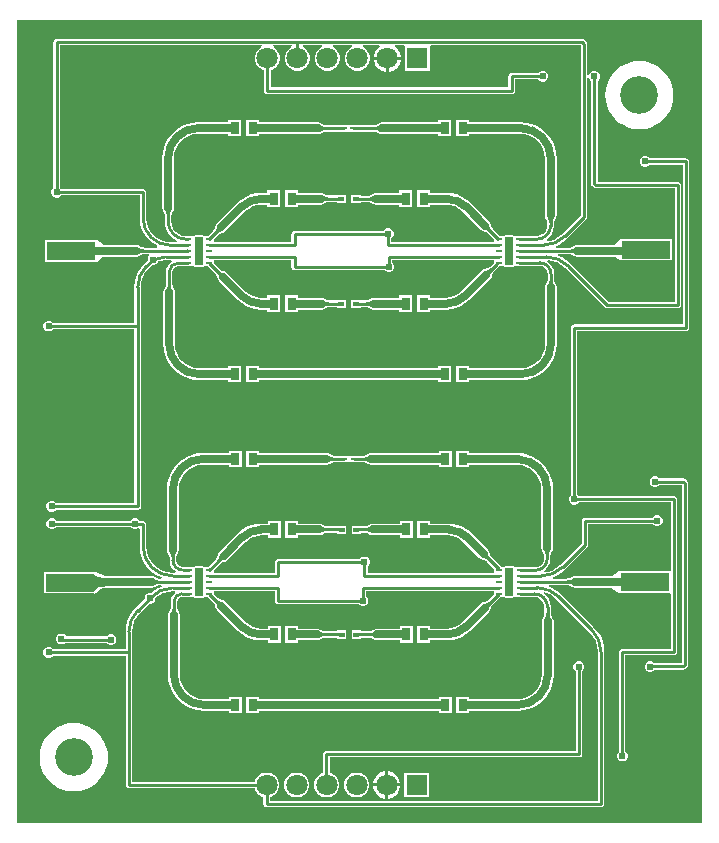
<source format=gtl>
G04*
G04 #@! TF.GenerationSoftware,Altium Limited,Altium Designer,24.5.2 (23)*
G04*
G04 Layer_Physical_Order=1*
G04 Layer_Color=255*
%FSLAX25Y25*%
%MOIN*%
G70*
G04*
G04 #@! TF.SameCoordinates,E566BAFE-53A3-49A5-9EFE-4B06B608819B*
G04*
G04*
G04 #@! TF.FilePolarity,Positive*
G04*
G01*
G75*
%ADD11C,0.01000*%
G04:AMPARAMS|DCode=14|XSize=29.92mil|YSize=94.49mil|CornerRadius=7.48mil|HoleSize=0mil|Usage=FLASHONLY|Rotation=180.000|XOffset=0mil|YOffset=0mil|HoleType=Round|Shape=RoundedRectangle|*
%AMROUNDEDRECTD14*
21,1,0.02992,0.07953,0,0,180.0*
21,1,0.01496,0.09449,0,0,180.0*
1,1,0.01496,-0.00748,0.03976*
1,1,0.01496,0.00748,0.03976*
1,1,0.01496,0.00748,-0.03976*
1,1,0.01496,-0.00748,-0.03976*
%
%ADD14ROUNDEDRECTD14*%
%ADD15R,0.02165X0.00984*%
%ADD16R,0.16000X0.07000*%
%ADD17R,0.16000X0.06000*%
%ADD18R,0.01968X0.01575*%
%ADD19R,0.03150X0.04331*%
%ADD31C,0.00900*%
%ADD32C,0.02700*%
%ADD33C,0.12598*%
%ADD34C,0.07087*%
%ADD35R,0.07087X0.07087*%
%ADD36C,0.02400*%
%ADD37C,0.02402*%
G36*
X232283Y3937D02*
X3937D01*
Y271654D01*
X232283D01*
Y3937D01*
D02*
G37*
%LPC*%
G36*
X211328Y257930D02*
X209548Y257789D01*
X207812Y257373D01*
X206162Y256690D01*
X204640Y255757D01*
X203282Y254597D01*
X202123Y253240D01*
X201190Y251717D01*
X200507Y250068D01*
X200090Y248332D01*
X199950Y246552D01*
X200090Y244772D01*
X200507Y243036D01*
X201190Y241387D01*
X202123Y239864D01*
X203282Y238507D01*
X204640Y237347D01*
X206162Y236415D01*
X207812Y235731D01*
X209548Y235314D01*
X211328Y235174D01*
X213107Y235314D01*
X214843Y235731D01*
X216493Y236415D01*
X218015Y237347D01*
X219373Y238507D01*
X220532Y239864D01*
X221465Y241387D01*
X222148Y243036D01*
X222565Y244772D01*
X222705Y246552D01*
X222565Y248332D01*
X222148Y250068D01*
X221465Y251717D01*
X220532Y253240D01*
X219373Y254597D01*
X218015Y255757D01*
X216493Y256690D01*
X214843Y257373D01*
X213107Y257789D01*
X211328Y257930D01*
D02*
G37*
G36*
X192342Y265338D02*
X192342Y265338D01*
X97338D01*
X97082Y265287D01*
X17115D01*
X16705Y265205D01*
X16358Y264973D01*
X16126Y264626D01*
X16044Y264216D01*
Y215621D01*
X15589Y215165D01*
X15315Y214504D01*
Y213788D01*
X15589Y213126D01*
X16095Y212620D01*
X16757Y212346D01*
X17473D01*
X18135Y212620D01*
X18590Y213075D01*
X44796D01*
Y205614D01*
X44767D01*
X44963Y203621D01*
X45545Y201704D01*
X46489Y199938D01*
X47760Y198389D01*
X49308Y197119D01*
X50634Y196410D01*
X50715Y195917D01*
X50527Y195716D01*
X46407D01*
X46344Y195745D01*
X46168Y195750D01*
X46017Y195765D01*
X45871Y195789D01*
X45728Y195822D01*
X45588Y195865D01*
X45451Y195917D01*
X45316Y195980D01*
X45183Y196052D01*
X45051Y196136D01*
X44905Y196242D01*
X44776Y196272D01*
X44462Y196483D01*
X43701Y196634D01*
X32647D01*
X32634Y196787D01*
X32634D01*
X30515Y198246D01*
X13315D01*
Y191046D01*
X30515D01*
X32626Y192503D01*
X32626Y192503D01*
X32648Y192657D01*
X43701D01*
X44462Y192809D01*
X44776Y193019D01*
X44905Y193050D01*
X45051Y193156D01*
X45183Y193239D01*
X45316Y193312D01*
X45451Y193374D01*
X45588Y193426D01*
X45728Y193469D01*
X45871Y193502D01*
X46017Y193526D01*
X46168Y193541D01*
X46344Y193547D01*
X46407Y193575D01*
X47803D01*
X48010Y193075D01*
X47687Y192752D01*
X47413Y192090D01*
Y191446D01*
X46287Y190321D01*
X46277Y190330D01*
X45148Y189008D01*
X44239Y187525D01*
X43573Y185918D01*
X43167Y184226D01*
X43031Y182492D01*
X43044D01*
Y170616D01*
X15990D01*
X15535Y171072D01*
X14873Y171346D01*
X14157D01*
X13495Y171072D01*
X12989Y170565D01*
X12715Y169904D01*
Y169188D01*
X12989Y168526D01*
X13495Y168020D01*
X14157Y167746D01*
X14873D01*
X15535Y168020D01*
X15990Y168475D01*
X43044D01*
Y110516D01*
X16890D01*
X16435Y110972D01*
X15773Y111246D01*
X15057D01*
X14395Y110972D01*
X13889Y110465D01*
X13615Y109804D01*
Y109088D01*
X13889Y108426D01*
X14395Y107920D01*
X15057Y107646D01*
X15773D01*
X16435Y107920D01*
X16890Y108375D01*
X44115D01*
X44525Y108457D01*
X44872Y108689D01*
X45104Y109036D01*
X45186Y109446D01*
Y169646D01*
Y182492D01*
X45176Y182538D01*
X45344Y184237D01*
X45853Y185915D01*
X46679Y187461D01*
X47762Y188781D01*
X47801Y188807D01*
X48927Y189932D01*
X49571D01*
X50232Y190206D01*
X50739Y190713D01*
X50900Y191103D01*
X51649Y191330D01*
X53348Y191498D01*
X53394Y191489D01*
X55233D01*
X55402Y190989D01*
X54727Y190470D01*
X54073Y189617D01*
X53661Y188625D01*
X53521Y187559D01*
X53536D01*
Y183533D01*
X53507Y183470D01*
X53502Y183294D01*
X53487Y183143D01*
X53463Y182996D01*
X53430Y182854D01*
X53387Y182714D01*
X53334Y182577D01*
X53272Y182442D01*
X53199Y182309D01*
X53116Y182177D01*
X53010Y182031D01*
X52980Y181902D01*
X52769Y181588D01*
X52618Y180827D01*
Y163528D01*
X52620Y163517D01*
X52767Y161652D01*
X53206Y159823D01*
X53926Y158086D01*
X54909Y156482D01*
X56130Y155052D01*
X57561Y153830D01*
X59164Y152847D01*
X60902Y152127D01*
X62731Y151688D01*
X64596Y151541D01*
X64606Y151539D01*
X74341D01*
Y150762D01*
X78690D01*
Y156293D01*
X74341D01*
Y155516D01*
X64606D01*
X64516Y155498D01*
X63038Y155643D01*
X61530Y156101D01*
X60140Y156844D01*
X58922Y157843D01*
X57922Y159062D01*
X57179Y160451D01*
X56722Y161959D01*
X56577Y163437D01*
X56595Y163528D01*
Y180827D01*
X56443Y181588D01*
X56233Y181902D01*
X56202Y182031D01*
X56097Y182177D01*
X56013Y182309D01*
X55941Y182442D01*
X55878Y182577D01*
X55826Y182714D01*
X55783Y182854D01*
X55749Y182996D01*
X55726Y183143D01*
X55711Y183294D01*
X55705Y183470D01*
X55677Y183533D01*
Y187559D01*
X55673Y187580D01*
X55818Y188313D01*
X56245Y188952D01*
X56884Y189378D01*
X57617Y189524D01*
X57638Y189520D01*
X59341D01*
Y189498D01*
X62706D01*
X62706Y189498D01*
Y189498D01*
X63139Y189318D01*
X63195Y189281D01*
X63721Y189177D01*
X65216D01*
X65742Y189281D01*
X65792Y189314D01*
X66231Y189498D01*
X66231Y189498D01*
X66231Y189498D01*
X67492D01*
X69967Y187023D01*
X69991Y186958D01*
X70112Y186830D01*
X70209Y186713D01*
X70295Y186592D01*
X70372Y186468D01*
X70441Y186339D01*
X70501Y186205D01*
X70552Y186065D01*
X70595Y185920D01*
X70629Y185767D01*
X70658Y185589D01*
X70727Y185477D01*
X70801Y185105D01*
X71232Y184460D01*
X77516Y178177D01*
X77552Y178152D01*
X78797Y177089D01*
X80229Y176211D01*
X81781Y175569D01*
X83415Y175176D01*
X85046Y175048D01*
X85090Y175039D01*
X87341D01*
Y174262D01*
X91690D01*
Y179793D01*
X87341D01*
Y179016D01*
X85090D01*
X85020Y179002D01*
X83772Y179125D01*
X82504Y179509D01*
X81336Y180133D01*
X80367Y180929D01*
X80327Y180988D01*
X74044Y187272D01*
X73399Y187703D01*
X73027Y187777D01*
X72915Y187846D01*
X72737Y187875D01*
X72584Y187909D01*
X72439Y187952D01*
X72299Y188003D01*
X72166Y188063D01*
X72036Y188131D01*
X71912Y188209D01*
X71791Y188295D01*
X71674Y188392D01*
X71546Y188512D01*
X71481Y188537D01*
X69596Y190422D01*
Y191489D01*
X95368D01*
Y189316D01*
X95449Y188907D01*
X95681Y188559D01*
X96029Y188327D01*
X96438Y188246D01*
X126363D01*
X126819Y187790D01*
X127480Y187516D01*
X128196D01*
X128858Y187790D01*
X129364Y188297D01*
X129638Y188958D01*
Y189674D01*
X129364Y190336D01*
X128909Y190791D01*
Y191551D01*
X162786D01*
Y190716D01*
X161444Y189374D01*
X161379Y189350D01*
X161251Y189229D01*
X161134Y189133D01*
X161013Y189046D01*
X160889Y188969D01*
X160760Y188900D01*
X160626Y188841D01*
X160486Y188789D01*
X160341Y188747D01*
X160188Y188712D01*
X160010Y188684D01*
X159898Y188614D01*
X159526Y188541D01*
X158881Y188110D01*
X151829Y181057D01*
X151787Y180994D01*
X150785Y180172D01*
X149576Y179526D01*
X148265Y179128D01*
X146975Y179001D01*
X146901Y179016D01*
X141596D01*
Y179793D01*
X137247D01*
Y174262D01*
X141596D01*
Y175039D01*
X146901D01*
X146938Y175047D01*
X148613Y175179D01*
X150282Y175579D01*
X151868Y176236D01*
X153332Y177133D01*
X154609Y178224D01*
X154640Y178245D01*
X161693Y185298D01*
X162124Y185943D01*
X162198Y186314D01*
X162267Y186426D01*
X162296Y186605D01*
X162330Y186757D01*
X162373Y186903D01*
X162424Y187042D01*
X162484Y187176D01*
X162552Y187305D01*
X162630Y187430D01*
X162716Y187550D01*
X162813Y187667D01*
X162934Y187796D01*
X162958Y187860D01*
X164659Y189561D01*
X166151D01*
X166151Y189561D01*
Y189561D01*
X166584Y189381D01*
X166639Y189344D01*
X167165Y189240D01*
X168661D01*
X169187Y189344D01*
X169237Y189377D01*
X169676Y189561D01*
X169676Y189561D01*
X169676Y189561D01*
X173041D01*
Y189615D01*
X178130D01*
Y189608D01*
X178819Y189518D01*
X179461Y189252D01*
X180013Y188829D01*
X180436Y188277D01*
X180702Y187635D01*
X180793Y186945D01*
X180799D01*
Y185203D01*
X180771Y185140D01*
X180765Y184964D01*
X180751Y184813D01*
X180727Y184666D01*
X180693Y184524D01*
X180651Y184384D01*
X180598Y184247D01*
X180536Y184112D01*
X180463Y183979D01*
X180380Y183847D01*
X180274Y183701D01*
X180244Y183572D01*
X180033Y183257D01*
X179882Y182497D01*
Y163528D01*
X179900Y163437D01*
X179754Y161959D01*
X179297Y160451D01*
X178554Y159062D01*
X177554Y157843D01*
X176336Y156844D01*
X174946Y156101D01*
X173438Y155643D01*
X171960Y155498D01*
X171870Y155516D01*
X154596D01*
Y156293D01*
X150247D01*
Y150762D01*
X154596D01*
Y151539D01*
X171870D01*
X171880Y151541D01*
X173745Y151688D01*
X175574Y152127D01*
X177312Y152847D01*
X178916Y153830D01*
X180346Y155052D01*
X181568Y156482D01*
X182551Y158086D01*
X183270Y159823D01*
X183709Y161652D01*
X183856Y163517D01*
X183858Y163528D01*
Y182497D01*
X183707Y183257D01*
X183497Y183572D01*
X183466Y183701D01*
X183360Y183847D01*
X183277Y183979D01*
X183204Y184112D01*
X183142Y184247D01*
X183089Y184384D01*
X183047Y184524D01*
X183013Y184666D01*
X182989Y184813D01*
X182975Y184964D01*
X182969Y185140D01*
X182941Y185203D01*
Y186945D01*
X182961D01*
X182797Y188196D01*
X182314Y189361D01*
X181546Y190362D01*
X180669Y191035D01*
X180860Y191519D01*
X182135Y191393D01*
X183813Y190884D01*
X185359Y190058D01*
X186679Y188975D01*
X186705Y188936D01*
X199781Y175859D01*
X200129Y175627D01*
X200538Y175546D01*
X224138D01*
X224548Y175627D01*
X224895Y175859D01*
X225127Y176207D01*
X225209Y176616D01*
Y216516D01*
X225127Y216926D01*
X224895Y217273D01*
X224548Y217505D01*
X224138Y217587D01*
X197398D01*
Y251277D01*
X197854Y251732D01*
X198127Y252394D01*
Y253110D01*
X197854Y253772D01*
X197347Y254278D01*
X196686Y254552D01*
X195969D01*
X195308Y254278D01*
X194802Y253772D01*
X194527Y253110D01*
X194049Y253162D01*
Y263631D01*
X193964Y264060D01*
X193721Y264424D01*
X193721Y264424D01*
X193135Y265009D01*
X192771Y265252D01*
X192342Y265338D01*
D02*
G37*
G36*
X135690Y179793D02*
X131341D01*
Y178996D01*
X122736D01*
X121975Y178845D01*
X121661Y178634D01*
X121532Y178604D01*
X121386Y178498D01*
X121254Y178415D01*
X121121Y178342D01*
X120986Y178280D01*
X120849Y178227D01*
X120709Y178184D01*
X120566Y178151D01*
X120420Y178127D01*
X120269Y178112D01*
X120093Y178107D01*
X120030Y178078D01*
X118513D01*
Y178395D01*
X115345D01*
Y175620D01*
X118513D01*
Y175937D01*
X120030D01*
X120093Y175909D01*
X120269Y175903D01*
X120420Y175889D01*
X120566Y175865D01*
X120709Y175831D01*
X120849Y175788D01*
X120986Y175736D01*
X121121Y175674D01*
X121254Y175601D01*
X121386Y175518D01*
X121532Y175412D01*
X121661Y175381D01*
X121975Y175171D01*
X122736Y175020D01*
X131341D01*
Y174262D01*
X135690D01*
Y179793D01*
D02*
G37*
G36*
X97596D02*
X93247D01*
Y174262D01*
X97596D01*
Y175039D01*
X105394D01*
X106155Y175191D01*
X106469Y175401D01*
X106598Y175432D01*
X106744Y175537D01*
X106876Y175621D01*
X107009Y175693D01*
X107144Y175756D01*
X107281Y175808D01*
X107421Y175851D01*
X107563Y175884D01*
X107710Y175908D01*
X107861Y175923D01*
X108037Y175928D01*
X108100Y175957D01*
X110424D01*
Y175620D01*
X113592D01*
Y178395D01*
X110424D01*
Y178098D01*
X108100D01*
X108037Y178127D01*
X107861Y178132D01*
X107710Y178147D01*
X107563Y178171D01*
X107421Y178204D01*
X107281Y178247D01*
X107144Y178299D01*
X107009Y178362D01*
X106876Y178434D01*
X106744Y178518D01*
X106598Y178624D01*
X106469Y178654D01*
X106155Y178864D01*
X105394Y179016D01*
X97596D01*
Y179793D01*
D02*
G37*
G36*
X148690Y156293D02*
X144341D01*
Y155516D01*
X84596D01*
Y156293D01*
X80247D01*
Y150762D01*
X84596D01*
Y151539D01*
X144341D01*
Y150762D01*
X148690D01*
Y156293D01*
D02*
G37*
G36*
X148750Y128017D02*
X144400D01*
Y127240D01*
X122008D01*
X121247Y127089D01*
X120932Y126878D01*
X120804Y126848D01*
X120657Y126742D01*
X120525Y126659D01*
X120392Y126586D01*
X120257Y126524D01*
X120121Y126471D01*
X119981Y126428D01*
X119838Y126395D01*
X119692Y126371D01*
X119541Y126357D01*
X119365Y126351D01*
X119301Y126322D01*
X117785D01*
Y126344D01*
X111270D01*
Y126322D01*
X109754D01*
X109690Y126351D01*
X109514Y126357D01*
X109364Y126371D01*
X109217Y126395D01*
X109074Y126428D01*
X108935Y126471D01*
X108798Y126524D01*
X108663Y126586D01*
X108530Y126659D01*
X108398Y126742D01*
X108251Y126848D01*
X108123Y126878D01*
X107808Y127089D01*
X107047Y127240D01*
X84655D01*
Y128017D01*
X80305D01*
Y122487D01*
X84655D01*
Y123264D01*
X107047D01*
X107808Y123415D01*
X108123Y123625D01*
X108251Y123656D01*
X108398Y123762D01*
X108530Y123845D01*
X108663Y123918D01*
X108798Y123980D01*
X108935Y124033D01*
X109074Y124075D01*
X109217Y124109D01*
X109364Y124133D01*
X109514Y124147D01*
X109690Y124153D01*
X109754Y124181D01*
X111270D01*
Y124160D01*
X117785D01*
Y124181D01*
X119301D01*
X119365Y124153D01*
X119541Y124147D01*
X119692Y124133D01*
X119838Y124109D01*
X119981Y124075D01*
X120121Y124033D01*
X120257Y123980D01*
X120392Y123918D01*
X120525Y123845D01*
X120657Y123762D01*
X120804Y123656D01*
X120932Y123625D01*
X121247Y123415D01*
X122008Y123264D01*
X144400D01*
Y122487D01*
X148750D01*
Y128017D01*
D02*
G37*
G36*
X135750Y104517D02*
X131400D01*
Y103740D01*
X122402D01*
X121641Y103589D01*
X121326Y103378D01*
X121198Y103348D01*
X121051Y103242D01*
X120919Y103159D01*
X120786Y103086D01*
X120651Y103024D01*
X120514Y102971D01*
X120375Y102928D01*
X120232Y102895D01*
X120085Y102871D01*
X119934Y102857D01*
X119758Y102851D01*
X119695Y102822D01*
X118572D01*
Y103061D01*
X115404D01*
Y100287D01*
X118572D01*
Y100681D01*
X119695D01*
X119758Y100653D01*
X119934Y100647D01*
X120085Y100633D01*
X120232Y100609D01*
X120375Y100575D01*
X120514Y100533D01*
X120651Y100480D01*
X120786Y100418D01*
X120919Y100345D01*
X121051Y100262D01*
X121198Y100156D01*
X121326Y100125D01*
X121641Y99915D01*
X122402Y99764D01*
X131400D01*
Y98987D01*
X135750D01*
Y104517D01*
D02*
G37*
G36*
X213696Y226216D02*
X212980D01*
X212319Y225942D01*
X211812Y225436D01*
X211538Y224774D01*
Y224058D01*
X211812Y223397D01*
X212319Y222890D01*
X212980Y222616D01*
X213696D01*
X214358Y222890D01*
X214813Y223346D01*
X225868D01*
Y170087D01*
X189638D01*
X189229Y170005D01*
X188881Y169773D01*
X188649Y169426D01*
X188568Y169016D01*
Y113291D01*
X188112Y112836D01*
X187838Y112174D01*
Y111458D01*
X188112Y110797D01*
X188619Y110290D01*
X189280Y110016D01*
X189996D01*
X190658Y110290D01*
X191113Y110746D01*
X221868D01*
Y88338D01*
X221696Y87910D01*
X221368Y87910D01*
X204496D01*
X202378Y86308D01*
X202378D01*
X202378Y86303D01*
X189904D01*
X189143Y86152D01*
X188828Y85941D01*
X188700Y85911D01*
X188553Y85805D01*
X188421Y85722D01*
X188288Y85649D01*
X188153Y85587D01*
X188016Y85534D01*
X187877Y85492D01*
X187734Y85458D01*
X187587Y85434D01*
X187437Y85420D01*
X187260Y85414D01*
X187197Y85386D01*
X182666D01*
X182566Y85886D01*
X183718Y86363D01*
X185208Y87276D01*
X186537Y88410D01*
X186528Y88419D01*
X194031Y95923D01*
X194031Y95923D01*
X194274Y96287D01*
X194360Y96716D01*
X194360Y96716D01*
Y103495D01*
X215914D01*
X216319Y103090D01*
X216980Y102816D01*
X217696D01*
X218358Y103090D01*
X218864Y103597D01*
X219138Y104258D01*
Y104974D01*
X218864Y105636D01*
X218358Y106142D01*
X217696Y106416D01*
X216980D01*
X216319Y106142D01*
X215914Y105738D01*
X193238D01*
X192809Y105652D01*
X192445Y105409D01*
X192202Y105045D01*
X192117Y104616D01*
Y97181D01*
X184941Y90005D01*
X184914Y89964D01*
X183604Y88889D01*
X182067Y88068D01*
X180398Y87562D01*
X179814Y87504D01*
X179623Y87988D01*
X180293Y88502D01*
X181054Y89494D01*
X181533Y90650D01*
X181696Y91890D01*
X181676D01*
Y92923D01*
X181704Y92987D01*
X181710Y93163D01*
X181724Y93313D01*
X181748Y93460D01*
X181782Y93603D01*
X181825Y93743D01*
X181877Y93879D01*
X181939Y94014D01*
X182012Y94147D01*
X182095Y94279D01*
X182201Y94426D01*
X182232Y94554D01*
X182442Y94869D01*
X182593Y95630D01*
Y115252D01*
X182591Y115262D01*
X182445Y117127D01*
X182006Y118956D01*
X181286Y120694D01*
X180303Y122298D01*
X179081Y123728D01*
X177651Y124950D01*
X176047Y125932D01*
X174309Y126652D01*
X172480Y127091D01*
X170616Y127238D01*
X170605Y127240D01*
X154655D01*
Y128017D01*
X150305D01*
Y122487D01*
X154655D01*
Y123264D01*
X170605D01*
X170696Y123282D01*
X172174Y123136D01*
X173681Y122679D01*
X175071Y121936D01*
X176289Y120936D01*
X177289Y119718D01*
X178032Y118328D01*
X178489Y116820D01*
X178635Y115342D01*
X178617Y115252D01*
Y95630D01*
X178768Y94869D01*
X178979Y94554D01*
X179009Y94426D01*
X179115Y94279D01*
X179199Y94147D01*
X179271Y94014D01*
X179333Y93879D01*
X179386Y93743D01*
X179429Y93603D01*
X179462Y93460D01*
X179486Y93313D01*
X179500Y93163D01*
X179506Y92987D01*
X179535Y92923D01*
Y91890D01*
X179528D01*
X179438Y91211D01*
X179176Y90578D01*
X178759Y90035D01*
X178216Y89618D01*
X177583Y89356D01*
X176904Y89267D01*
Y89260D01*
X173100D01*
Y89344D01*
X169735D01*
X169735Y89344D01*
Y89344D01*
X169302Y89524D01*
X169246Y89561D01*
X168720Y89666D01*
X167224D01*
X166698Y89561D01*
X166649Y89528D01*
X166210Y89344D01*
X166210Y89344D01*
X166210Y89344D01*
X165203D01*
X162111Y92484D01*
X162087Y92549D01*
X161967Y92679D01*
X161872Y92796D01*
X161786Y92918D01*
X161709Y93043D01*
X161642Y93172D01*
X161583Y93307D01*
X161533Y93446D01*
X161491Y93592D01*
X161458Y93745D01*
X161431Y93924D01*
X161362Y94037D01*
X161286Y94422D01*
X160855Y95067D01*
X155437Y100485D01*
X155409Y100503D01*
X154109Y101614D01*
X152622Y102525D01*
X151011Y103192D01*
X149316Y103599D01*
X147611Y103734D01*
X147578Y103740D01*
X141655D01*
Y104517D01*
X137305D01*
Y98987D01*
X141655D01*
Y99764D01*
X147578D01*
X147654Y99779D01*
X148975Y99649D01*
X150318Y99241D01*
X151556Y98580D01*
X152582Y97738D01*
X152625Y97673D01*
X158043Y92256D01*
X158688Y91825D01*
X159045Y91754D01*
X159156Y91684D01*
X159335Y91654D01*
X159487Y91618D01*
X159632Y91574D01*
X159771Y91522D01*
X159904Y91461D01*
X160033Y91392D01*
X160157Y91313D01*
X160277Y91226D01*
X160393Y91128D01*
X160520Y91007D01*
X160585Y90982D01*
X162845Y88687D01*
Y87354D01*
X120781D01*
Y89441D01*
X121237Y89897D01*
X121511Y90558D01*
Y91274D01*
X121237Y91936D01*
X120730Y92442D01*
X120069Y92716D01*
X119353D01*
X118691Y92442D01*
X118236Y91987D01*
X91038D01*
X90629Y91905D01*
X90281Y91673D01*
X90049Y91326D01*
X89968Y90916D01*
Y87291D01*
X69655D01*
Y88358D01*
X71597Y90299D01*
X71662Y90324D01*
X71790Y90444D01*
X71907Y90541D01*
X72028Y90627D01*
X72152Y90705D01*
X72281Y90773D01*
X72415Y90833D01*
X72554Y90884D01*
X72700Y90927D01*
X72852Y90961D01*
X73031Y90990D01*
X73143Y91059D01*
X73514Y91133D01*
X74159Y91564D01*
X80012Y97417D01*
X80064Y97494D01*
X81212Y98436D01*
X82601Y99179D01*
X84109Y99636D01*
X85587Y99782D01*
X85678Y99764D01*
X87400D01*
Y98987D01*
X91750D01*
Y104517D01*
X87400D01*
Y103740D01*
X85678D01*
X85667Y103738D01*
X83802Y103591D01*
X81973Y103152D01*
X80236Y102432D01*
X78632Y101450D01*
X77210Y100235D01*
X77201Y100229D01*
X71348Y94376D01*
X70917Y93731D01*
X70843Y93360D01*
X70774Y93247D01*
X70745Y93069D01*
X70711Y92917D01*
X70668Y92771D01*
X70616Y92631D01*
X70557Y92498D01*
X70488Y92369D01*
X70411Y92244D01*
X70324Y92124D01*
X70228Y92007D01*
X70107Y91878D01*
X70083Y91813D01*
X67550Y89281D01*
X66290D01*
X66290Y89281D01*
Y89281D01*
X65857Y89461D01*
X65802Y89498D01*
X65276Y89603D01*
X63779D01*
X63253Y89498D01*
X63204Y89465D01*
X62765Y89281D01*
X62765Y89281D01*
X62765Y89281D01*
X59400D01*
Y89281D01*
X58907Y89299D01*
X58312Y89417D01*
X57582Y89905D01*
X57094Y90635D01*
X56930Y91461D01*
X56937Y91496D01*
Y92175D01*
X56965Y92239D01*
X56971Y92415D01*
X56985Y92566D01*
X57009Y92712D01*
X57043Y92855D01*
X57086Y92994D01*
X57138Y93131D01*
X57200Y93266D01*
X57273Y93400D01*
X57356Y93532D01*
X57462Y93678D01*
X57493Y93806D01*
X57703Y94121D01*
X57854Y94882D01*
Y115252D01*
X57836Y115342D01*
X57982Y116820D01*
X58439Y118328D01*
X59182Y119718D01*
X60182Y120936D01*
X61400Y121936D01*
X62790Y122679D01*
X64298Y123136D01*
X65776Y123282D01*
X65866Y123264D01*
X74400D01*
Y122487D01*
X78750D01*
Y128017D01*
X74400D01*
Y127240D01*
X65866D01*
X65856Y127238D01*
X63991Y127091D01*
X62162Y126652D01*
X60424Y125932D01*
X58820Y124950D01*
X57390Y123728D01*
X56169Y122298D01*
X55186Y120694D01*
X54466Y118956D01*
X54027Y117127D01*
X53880Y115262D01*
X53878Y115252D01*
Y94882D01*
X54029Y94121D01*
X54240Y93806D01*
X54270Y93678D01*
X54376Y93532D01*
X54459Y93400D01*
X54532Y93266D01*
X54594Y93131D01*
X54647Y92994D01*
X54690Y92855D01*
X54723Y92712D01*
X54747Y92566D01*
X54761Y92415D01*
X54767Y92239D01*
X54796Y92176D01*
Y91496D01*
X54778D01*
X54928Y90359D01*
X55367Y89299D01*
X56066Y88389D01*
X56844Y87791D01*
X56681Y87291D01*
X55866D01*
X55820Y87282D01*
X54121Y87449D01*
X52444Y87958D01*
X50898Y88785D01*
X49542Y89897D01*
X48430Y91252D01*
X47604Y92798D01*
X47095Y94476D01*
X46928Y96175D01*
X46937Y96220D01*
Y103646D01*
X46855Y104055D01*
X46623Y104403D01*
X46276Y104635D01*
X45866Y104716D01*
X44743D01*
X44741Y104721D01*
X44235Y105227D01*
X43573Y105501D01*
X42857D01*
X42195Y105227D01*
X41689Y104721D01*
X41687Y104716D01*
X16990D01*
X16535Y105172D01*
X15873Y105446D01*
X15157D01*
X14495Y105172D01*
X13989Y104665D01*
X13715Y104004D01*
Y103288D01*
X13989Y102626D01*
X14495Y102120D01*
X15157Y101846D01*
X15873D01*
X16535Y102120D01*
X16990Y102575D01*
X41796D01*
X42195Y102175D01*
X42857Y101901D01*
X43573D01*
X44235Y102175D01*
X44296Y102236D01*
X44796Y102029D01*
Y96220D01*
X44782D01*
X44918Y94486D01*
X45325Y92795D01*
X45990Y91188D01*
X46899Y89705D01*
X48028Y88383D01*
X49351Y87253D01*
X50834Y86344D01*
X52094Y85822D01*
X51995Y85322D01*
X51486D01*
X51423Y85351D01*
X51247Y85357D01*
X51096Y85371D01*
X50949Y85395D01*
X50806Y85429D01*
X50667Y85471D01*
X50530Y85524D01*
X50395Y85586D01*
X50262Y85659D01*
X50130Y85742D01*
X49984Y85848D01*
X49855Y85878D01*
X49540Y86089D01*
X48779Y86240D01*
X35085D01*
X35060Y86251D01*
X33135Y86307D01*
X30254Y87616D01*
X29732D01*
X29642Y87653D01*
X29579Y87627D01*
X29513Y87640D01*
X29476Y87616D01*
X13054D01*
Y80416D01*
X29494D01*
X29544Y80386D01*
X29594Y80398D01*
X29642Y80378D01*
X29732Y80416D01*
X30254D01*
X31999Y81792D01*
X32375Y82089D01*
X32858Y82131D01*
X34050Y82234D01*
X35053Y82253D01*
X35079Y82264D01*
X48779D01*
X49540Y82415D01*
X49855Y82625D01*
X49984Y82656D01*
X50130Y82762D01*
X50262Y82845D01*
X50395Y82918D01*
X50530Y82980D01*
X50667Y83033D01*
X50806Y83075D01*
X50949Y83109D01*
X51096Y83133D01*
X51247Y83147D01*
X51423Y83153D01*
X51486Y83181D01*
X51995D01*
X52094Y82681D01*
X50834Y82160D01*
X49351Y81251D01*
X48622Y80628D01*
X48586Y80642D01*
X47870D01*
X47209Y80369D01*
X46702Y79862D01*
X46428Y79201D01*
Y78557D01*
X43353Y75481D01*
X43343Y75491D01*
X42214Y74168D01*
X41305Y72685D01*
X40639Y71078D01*
X40233Y69387D01*
X40097Y67653D01*
X40110D01*
Y61816D01*
X15890D01*
X15435Y62272D01*
X14773Y62546D01*
X14057D01*
X13395Y62272D01*
X12889Y61765D01*
X12615Y61104D01*
Y60388D01*
X12889Y59726D01*
X13395Y59220D01*
X14057Y58946D01*
X14773D01*
X15435Y59220D01*
X15890Y59675D01*
X40110D01*
Y16595D01*
X40192Y16186D01*
X40424Y15838D01*
X40771Y15606D01*
X41181Y15525D01*
X83106D01*
X83248Y14996D01*
X83793Y14051D01*
X84565Y13280D01*
X85509Y12734D01*
X86038Y12593D01*
Y10215D01*
X86120Y9806D01*
X86352Y9458D01*
X86699Y9226D01*
X87109Y9145D01*
X198538D01*
X198948Y9226D01*
X199295Y9458D01*
X199527Y9806D01*
X199609Y10215D01*
Y61074D01*
X199622D01*
X199486Y62808D01*
X199080Y64499D01*
X198414Y66106D01*
X197506Y67589D01*
X196376Y68912D01*
X196376Y68912D01*
X196013Y69256D01*
X185094Y80174D01*
X185104Y80184D01*
X183781Y81314D01*
X182298Y82222D01*
X181038Y82744D01*
X181138Y83244D01*
X187197D01*
X187260Y83216D01*
X187437Y83210D01*
X187587Y83196D01*
X187734Y83172D01*
X187877Y83138D01*
X188016Y83096D01*
X188153Y83043D01*
X188288Y82981D01*
X188421Y82908D01*
X188553Y82825D01*
X188700Y82719D01*
X188828Y82688D01*
X189143Y82478D01*
X189904Y82327D01*
X202330D01*
X202385Y82024D01*
X202385Y82024D01*
X204496Y80709D01*
X221368D01*
X221696Y80709D01*
X221868Y80281D01*
Y61987D01*
X205538D01*
X205129Y61905D01*
X204781Y61673D01*
X204549Y61326D01*
X204468Y60916D01*
Y27591D01*
X204112Y27236D01*
X203838Y26574D01*
Y25858D01*
X204112Y25197D01*
X204619Y24690D01*
X205280Y24416D01*
X205996D01*
X206658Y24690D01*
X207164Y25197D01*
X207438Y25858D01*
Y26574D01*
X207164Y27236D01*
X206658Y27742D01*
X206609Y27763D01*
Y59846D01*
X222938D01*
X223348Y59927D01*
X223695Y60159D01*
X223927Y60507D01*
X224009Y60916D01*
Y111816D01*
X223927Y112226D01*
X223695Y112573D01*
X223348Y112805D01*
X222938Y112887D01*
X191113D01*
X190709Y113291D01*
Y167946D01*
X226938D01*
X227348Y168027D01*
X227695Y168259D01*
X227927Y168607D01*
X228009Y169016D01*
Y224416D01*
X227927Y224826D01*
X227695Y225173D01*
X227348Y225405D01*
X226938Y225487D01*
X214813D01*
X214358Y225942D01*
X213696Y226216D01*
D02*
G37*
G36*
X97655Y104517D02*
X93305D01*
Y98987D01*
X97655D01*
Y99764D01*
X104685D01*
X105446Y99915D01*
X105761Y100125D01*
X105889Y100156D01*
X106035Y100262D01*
X106167Y100345D01*
X106300Y100418D01*
X106436Y100480D01*
X106572Y100533D01*
X106712Y100575D01*
X106855Y100609D01*
X107001Y100633D01*
X107152Y100647D01*
X107328Y100653D01*
X107392Y100681D01*
X110483D01*
Y100287D01*
X113651D01*
Y103061D01*
X110483D01*
Y102822D01*
X107392D01*
X107328Y102851D01*
X107152Y102857D01*
X107001Y102871D01*
X106855Y102895D01*
X106712Y102928D01*
X106572Y102971D01*
X106436Y103024D01*
X106301Y103086D01*
X106167Y103159D01*
X106035Y103242D01*
X105889Y103348D01*
X105761Y103378D01*
X105446Y103589D01*
X104685Y103740D01*
X97655D01*
Y104517D01*
D02*
G37*
G36*
X19073Y67046D02*
X18357D01*
X17695Y66772D01*
X17189Y66265D01*
X16915Y65604D01*
Y64888D01*
X17189Y64226D01*
X17695Y63720D01*
X18357Y63446D01*
X19073D01*
X19735Y63720D01*
X19990Y63975D01*
X33740D01*
X34195Y63520D01*
X34857Y63246D01*
X35573D01*
X36235Y63520D01*
X36741Y64026D01*
X37015Y64688D01*
Y65404D01*
X36741Y66065D01*
X36235Y66572D01*
X35573Y66846D01*
X34857D01*
X34195Y66572D01*
X33740Y66116D01*
X20303D01*
X20241Y66265D01*
X19735Y66772D01*
X19073Y67046D01*
D02*
G37*
G36*
X216896Y119516D02*
X216180D01*
X215519Y119242D01*
X215012Y118736D01*
X214738Y118074D01*
Y117358D01*
X215012Y116697D01*
X215519Y116190D01*
X216180Y115916D01*
X216896D01*
X217558Y116190D01*
X218013Y116646D01*
X225468D01*
Y57187D01*
X216313D01*
X215958Y57542D01*
X215296Y57816D01*
X214580D01*
X213919Y57542D01*
X213412Y57036D01*
X213138Y56374D01*
Y55658D01*
X213412Y54997D01*
X213919Y54490D01*
X214580Y54216D01*
X215296D01*
X215958Y54490D01*
X216464Y54997D01*
X216485Y55046D01*
X226011D01*
X226421Y55127D01*
X226768Y55359D01*
X227295Y55887D01*
X227527Y56234D01*
X227609Y56643D01*
X227609Y56644D01*
Y117189D01*
X227609Y117189D01*
X227527Y117599D01*
X227295Y117946D01*
X226768Y118473D01*
X226421Y118705D01*
X226011Y118787D01*
X218013D01*
X217558Y119242D01*
X216896Y119516D01*
D02*
G37*
G36*
X22828Y37230D02*
X21048Y37089D01*
X19312Y36673D01*
X17662Y35989D01*
X16140Y35057D01*
X14782Y33897D01*
X13623Y32540D01*
X12690Y31017D01*
X12007Y29368D01*
X11590Y27632D01*
X11450Y25852D01*
X11590Y24072D01*
X12007Y22336D01*
X12690Y20687D01*
X13623Y19164D01*
X14782Y17807D01*
X16140Y16647D01*
X17662Y15714D01*
X19312Y15031D01*
X21048Y14615D01*
X22828Y14474D01*
X24607Y14615D01*
X26343Y15031D01*
X27993Y15714D01*
X29515Y16647D01*
X30873Y17807D01*
X32032Y19164D01*
X32965Y20687D01*
X33648Y22336D01*
X34065Y24072D01*
X34205Y25852D01*
X34065Y27632D01*
X33648Y29368D01*
X32965Y31017D01*
X32032Y32540D01*
X30873Y33897D01*
X29515Y35057D01*
X27993Y35989D01*
X26343Y36673D01*
X24607Y37089D01*
X22828Y37230D01*
D02*
G37*
%LPD*%
G36*
X95430Y263076D02*
X95275Y262409D01*
X94794Y262132D01*
X94023Y261360D01*
X93477Y260416D01*
X93195Y259362D01*
Y258271D01*
X93477Y257217D01*
X94023Y256272D01*
X94794Y255501D01*
X95739Y254955D01*
X96793Y254673D01*
X97884D01*
X98938Y254955D01*
X99882Y255501D01*
X100654Y256272D01*
X101199Y257217D01*
X101482Y258271D01*
Y259362D01*
X101199Y260416D01*
X100654Y261360D01*
X99882Y262132D01*
X99080Y262595D01*
X99215Y263095D01*
X105462D01*
X105596Y262595D01*
X104794Y262132D01*
X104023Y261360D01*
X103477Y260416D01*
X103195Y259362D01*
Y258271D01*
X103477Y257217D01*
X104023Y256272D01*
X104794Y255501D01*
X105739Y254955D01*
X106793Y254673D01*
X107884D01*
X108938Y254955D01*
X109882Y255501D01*
X110654Y256272D01*
X111199Y257217D01*
X111482Y258271D01*
Y259362D01*
X111199Y260416D01*
X110654Y261360D01*
X109882Y262132D01*
X109081Y262595D01*
X109214Y263095D01*
X115462D01*
X115596Y262595D01*
X114794Y262132D01*
X114023Y261360D01*
X113477Y260416D01*
X113195Y259362D01*
Y258271D01*
X113477Y257217D01*
X114023Y256272D01*
X114794Y255501D01*
X115739Y254955D01*
X116793Y254673D01*
X117884D01*
X118938Y254955D01*
X119882Y255501D01*
X120654Y256272D01*
X121199Y257217D01*
X121482Y258271D01*
Y259362D01*
X121199Y260416D01*
X120654Y261360D01*
X119882Y262132D01*
X119080Y262595D01*
X119214Y263095D01*
X124662D01*
X124796Y262595D01*
X124549Y262452D01*
X123703Y261606D01*
X123105Y260570D01*
X122795Y259414D01*
Y259316D01*
X127338D01*
X131882D01*
Y259414D01*
X131572Y260570D01*
X130974Y261606D01*
X130128Y262452D01*
X129880Y262595D01*
X130015Y263095D01*
X132751D01*
X133195Y262960D01*
X133195Y262595D01*
Y254673D01*
X141482D01*
Y262595D01*
X141482Y262960D01*
X141926Y263095D01*
X191806D01*
Y206370D01*
X185993Y200557D01*
X185647Y200211D01*
X185279Y199892D01*
X184345Y199126D01*
X182849Y198326D01*
X181226Y197834D01*
X180482Y197760D01*
X180430Y197826D01*
X180514Y198507D01*
X181264Y199083D01*
X182146Y200231D01*
X182700Y201569D01*
X182889Y203005D01*
X182862D01*
Y203723D01*
X182890Y203786D01*
X182896Y203963D01*
X182911Y204113D01*
X182934Y204260D01*
X182968Y204403D01*
X183011Y204542D01*
X183063Y204679D01*
X183125Y204814D01*
X183198Y204947D01*
X183282Y205079D01*
X183387Y205226D01*
X183418Y205354D01*
X183628Y205669D01*
X183780Y206430D01*
Y225528D01*
X183777Y225538D01*
X183631Y227403D01*
X183192Y229232D01*
X182472Y230970D01*
X181489Y232573D01*
X180267Y234004D01*
X178837Y235225D01*
X177233Y236208D01*
X175496Y236928D01*
X173667Y237367D01*
X171802Y237514D01*
X171791Y237516D01*
X154596D01*
Y238293D01*
X150247D01*
Y232762D01*
X154596D01*
Y233539D01*
X171791D01*
X171882Y233557D01*
X173360Y233412D01*
X174868Y232954D01*
X176257Y232211D01*
X177476Y231212D01*
X178475Y229994D01*
X179218Y228604D01*
X179676Y227096D01*
X179821Y225618D01*
X179803Y225528D01*
Y206430D01*
X179955Y205669D01*
X180165Y205354D01*
X180195Y205226D01*
X180301Y205079D01*
X180385Y204947D01*
X180457Y204814D01*
X180519Y204679D01*
X180572Y204542D01*
X180615Y204403D01*
X180648Y204260D01*
X180672Y204113D01*
X180687Y203963D01*
X180692Y203786D01*
X180721Y203723D01*
Y203005D01*
X180720D01*
X180605Y202130D01*
X180268Y201316D01*
X179731Y200616D01*
X179031Y200079D01*
X178217Y199742D01*
X177342Y199627D01*
X177342Y199627D01*
X177041Y199630D01*
X177041Y199630D01*
X177027Y199630D01*
X176844Y199630D01*
X171319D01*
X171266Y199620D01*
X169676D01*
X169676Y199620D01*
Y199620D01*
X169243Y199800D01*
X169187Y199837D01*
X168661Y199941D01*
X167165D01*
X166639Y199837D01*
X166590Y199804D01*
X166151Y199620D01*
X166151Y199620D01*
X166151Y199620D01*
X164827D01*
X162543Y201904D01*
X162519Y201969D01*
X162398Y202097D01*
X162302Y202214D01*
X162215Y202335D01*
X162138Y202459D01*
X162069Y202588D01*
X162010Y202722D01*
X161958Y202862D01*
X161915Y203007D01*
X161881Y203159D01*
X161852Y203338D01*
X161783Y203450D01*
X161709Y203821D01*
X161278Y204467D01*
X155240Y210505D01*
X155231Y210510D01*
X153809Y211725D01*
X152205Y212708D01*
X150468Y213428D01*
X148638Y213867D01*
X146774Y214014D01*
X146763Y214016D01*
X141596D01*
Y214793D01*
X137247D01*
Y209262D01*
X141596D01*
Y210039D01*
X146763D01*
X146854Y210057D01*
X148332Y209912D01*
X149840Y209454D01*
X151229Y208712D01*
X152377Y207769D01*
X152429Y207693D01*
X158467Y201655D01*
X159112Y201224D01*
X159483Y201150D01*
X159595Y201081D01*
X159774Y201052D01*
X159926Y201018D01*
X160072Y200975D01*
X160211Y200923D01*
X160345Y200864D01*
X160474Y200795D01*
X160598Y200718D01*
X160719Y200631D01*
X160836Y200535D01*
X160964Y200414D01*
X161029Y200390D01*
X162786Y198633D01*
Y197687D01*
X128709D01*
Y198841D01*
X129164Y199297D01*
X129438Y199958D01*
Y200674D01*
X129164Y201336D01*
X128658Y201842D01*
X127996Y202116D01*
X127280D01*
X126619Y201842D01*
X126163Y201387D01*
X96438D01*
X96029Y201305D01*
X95681Y201073D01*
X95449Y200726D01*
X95368Y200316D01*
Y197567D01*
X69596D01*
Y198633D01*
X70812Y199849D01*
X70877Y199873D01*
X71005Y199994D01*
X71122Y200091D01*
X71243Y200177D01*
X71367Y200254D01*
X71496Y200323D01*
X71630Y200383D01*
X71769Y200434D01*
X71915Y200477D01*
X72067Y200511D01*
X72246Y200540D01*
X72358Y200609D01*
X72729Y200683D01*
X73374Y201114D01*
X79953Y207693D01*
X80005Y207769D01*
X81152Y208712D01*
X82542Y209454D01*
X84050Y209912D01*
X85528Y210057D01*
X85619Y210039D01*
X87341D01*
Y209262D01*
X91690D01*
Y214793D01*
X87341D01*
Y214016D01*
X85619D01*
X85608Y214014D01*
X83743Y213867D01*
X81914Y213428D01*
X80177Y212708D01*
X78573Y211725D01*
X77150Y210510D01*
X77142Y210505D01*
X70563Y203926D01*
X70132Y203280D01*
X70058Y202909D01*
X69989Y202797D01*
X69960Y202619D01*
X69925Y202466D01*
X69883Y202321D01*
X69831Y202181D01*
X69772Y202047D01*
X69703Y201918D01*
X69626Y201794D01*
X69539Y201673D01*
X69443Y201556D01*
X69322Y201428D01*
X69298Y201363D01*
X67492Y199557D01*
X66231D01*
X66231Y199557D01*
Y199557D01*
X65798Y199737D01*
X65742Y199774D01*
X65216Y199878D01*
X63721D01*
X63195Y199774D01*
X63145Y199741D01*
X62706Y199557D01*
X62706Y199557D01*
X62706Y199557D01*
X60049D01*
X59019Y199692D01*
X57812Y200192D01*
X56775Y200988D01*
X55980Y202025D01*
X55480Y203232D01*
X55314Y204487D01*
X55322Y204528D01*
Y206309D01*
X55351Y206372D01*
X55357Y206549D01*
X55371Y206699D01*
X55395Y206846D01*
X55428Y206989D01*
X55471Y207128D01*
X55524Y207265D01*
X55586Y207400D01*
X55659Y207533D01*
X55742Y207665D01*
X55848Y207812D01*
X55879Y207940D01*
X56089Y208255D01*
X56240Y209016D01*
Y225528D01*
X56222Y225618D01*
X56368Y227096D01*
X56825Y228604D01*
X57568Y229994D01*
X58568Y231212D01*
X59786Y232211D01*
X61176Y232954D01*
X62684Y233412D01*
X64161Y233557D01*
X64252Y233539D01*
X74341D01*
Y232762D01*
X78690D01*
Y238293D01*
X74341D01*
Y237516D01*
X64252D01*
X64242Y237514D01*
X62377Y237367D01*
X60548Y236928D01*
X58810Y236208D01*
X57206Y235225D01*
X55776Y234004D01*
X54554Y232573D01*
X53571Y230970D01*
X52852Y229232D01*
X52413Y227403D01*
X52266Y225538D01*
X52264Y225528D01*
Y209016D01*
X52415Y208255D01*
X52625Y207940D01*
X52656Y207812D01*
X52762Y207665D01*
X52845Y207533D01*
X52918Y207400D01*
X52980Y207265D01*
X53033Y207128D01*
X53075Y206989D01*
X53109Y206846D01*
X53133Y206699D01*
X53147Y206549D01*
X53153Y206372D01*
X53181Y206309D01*
Y204528D01*
X53167D01*
X53305Y203133D01*
X53712Y201792D01*
X54372Y200557D01*
X55261Y199474D01*
X56344Y198585D01*
X57313Y198067D01*
X57188Y197567D01*
X54984D01*
X54953Y197560D01*
X53412Y197712D01*
X51901Y198171D01*
X50508Y198915D01*
X49287Y199917D01*
X48285Y201138D01*
X47541Y202531D01*
X47082Y204042D01*
X46930Y205583D01*
X46937Y205614D01*
Y214146D01*
X46855Y214555D01*
X46623Y214903D01*
X46276Y215135D01*
X45866Y215216D01*
X18590D01*
X18185Y215621D01*
Y263146D01*
X85383D01*
X85430Y263076D01*
X85275Y262409D01*
X84794Y262132D01*
X84023Y261360D01*
X83477Y260416D01*
X83195Y259362D01*
Y258271D01*
X83477Y257217D01*
X84023Y256272D01*
X84794Y255501D01*
X85739Y254955D01*
X86268Y254814D01*
Y248016D01*
X86349Y247607D01*
X86581Y247259D01*
X86929Y247027D01*
X87338Y246946D01*
X168738D01*
X169148Y247027D01*
X169495Y247259D01*
X169727Y247607D01*
X169809Y248016D01*
Y251746D01*
X177663D01*
X178119Y251290D01*
X178780Y251016D01*
X179496D01*
X180158Y251290D01*
X180664Y251797D01*
X180938Y252458D01*
Y253174D01*
X180664Y253836D01*
X180158Y254342D01*
X179496Y254616D01*
X178780D01*
X178119Y254342D01*
X177663Y253887D01*
X168738D01*
X168329Y253805D01*
X167981Y253573D01*
X167749Y253226D01*
X167668Y252816D01*
Y249087D01*
X88409D01*
Y254814D01*
X88938Y254955D01*
X89882Y255501D01*
X90654Y256272D01*
X91199Y257217D01*
X91482Y258271D01*
Y259362D01*
X91199Y260416D01*
X90654Y261360D01*
X89882Y262132D01*
X89402Y262409D01*
X89247Y263076D01*
X89294Y263146D01*
X95383D01*
X95430Y263076D01*
D02*
G37*
G36*
X55204Y208029D02*
X55099Y207863D01*
X55006Y207692D01*
X54925Y207518D01*
X54857Y207340D01*
X54801Y207158D01*
X54758Y206973D01*
X54727Y206783D01*
X54708Y206590D01*
X54702Y206393D01*
X53802D01*
X53796Y206590D01*
X53777Y206783D01*
X53746Y206973D01*
X53703Y207158D01*
X53647Y207340D01*
X53579Y207518D01*
X53498Y207692D01*
X53405Y207863D01*
X53300Y208029D01*
X53182Y208192D01*
X55322D01*
X55204Y208029D01*
D02*
G37*
G36*
X182743Y205443D02*
X182638Y205277D01*
X182545Y205106D01*
X182464Y204932D01*
X182396Y204754D01*
X182341Y204572D01*
X182297Y204386D01*
X182266Y204197D01*
X182247Y204004D01*
X182241Y203807D01*
X181341D01*
X181335Y204004D01*
X181316Y204197D01*
X181286Y204386D01*
X181242Y204572D01*
X181186Y204754D01*
X181118Y204932D01*
X181038Y205106D01*
X180945Y205277D01*
X180839Y205443D01*
X180722Y205606D01*
X182861D01*
X182743Y205443D01*
D02*
G37*
G36*
X161243Y203036D02*
X161286Y202844D01*
X161341Y202658D01*
X161408Y202477D01*
X161485Y202303D01*
X161574Y202135D01*
X161675Y201973D01*
X161787Y201818D01*
X161910Y201668D01*
X162045Y201524D01*
X161409Y200888D01*
X161265Y201023D01*
X161116Y201146D01*
X160960Y201258D01*
X160798Y201359D01*
X160630Y201448D01*
X160456Y201525D01*
X160275Y201592D01*
X160089Y201647D01*
X159897Y201690D01*
X159698Y201722D01*
X161211Y203235D01*
X161243Y203036D01*
D02*
G37*
G36*
X72143Y201181D02*
X71944Y201149D01*
X71752Y201106D01*
X71566Y201051D01*
X71385Y200985D01*
X71211Y200907D01*
X71043Y200818D01*
X70881Y200717D01*
X70726Y200605D01*
X70576Y200482D01*
X70432Y200347D01*
X69796Y200983D01*
X69931Y201127D01*
X70054Y201277D01*
X70166Y201432D01*
X70267Y201594D01*
X70356Y201762D01*
X70433Y201937D01*
X70500Y202117D01*
X70555Y202303D01*
X70598Y202495D01*
X70630Y202694D01*
X72143Y201181D01*
D02*
G37*
G36*
X44687Y195598D02*
X44854Y195492D01*
X45024Y195399D01*
X45199Y195319D01*
X45377Y195251D01*
X45559Y195195D01*
X45744Y195151D01*
X45933Y195121D01*
X46127Y195102D01*
X46324Y195096D01*
Y194196D01*
X46127Y194190D01*
X45933Y194171D01*
X45744Y194140D01*
X45559Y194097D01*
X45377Y194041D01*
X45199Y193973D01*
X45024Y193892D01*
X44854Y193799D01*
X44687Y193694D01*
X44524Y193576D01*
Y195715D01*
X44687Y195598D01*
D02*
G37*
G36*
X189766Y193521D02*
X189603Y193639D01*
X189437Y193744D01*
X189266Y193837D01*
X189092Y193917D01*
X188914Y193986D01*
X188732Y194041D01*
X188547Y194085D01*
X188357Y194116D01*
X188164Y194134D01*
X187967Y194141D01*
Y195041D01*
X188164Y195047D01*
X188357Y195065D01*
X188547Y195096D01*
X188732Y195140D01*
X188914Y195195D01*
X189092Y195264D01*
X189266Y195344D01*
X189437Y195437D01*
X189603Y195543D01*
X189766Y195660D01*
Y193521D01*
D02*
G37*
G36*
X194802Y251732D02*
X195257Y251277D01*
Y217043D01*
X195338Y216634D01*
X195571Y216286D01*
X196098Y215759D01*
X196445Y215527D01*
X196855Y215446D01*
X196855Y215446D01*
X223068D01*
Y177687D01*
X200982D01*
X188219Y190450D01*
X188228Y190460D01*
X186906Y191589D01*
X185423Y192498D01*
X184163Y193020D01*
X184262Y193520D01*
X187883D01*
X187947Y193491D01*
X188123Y193486D01*
X188274Y193471D01*
X188420Y193447D01*
X188563Y193414D01*
X188702Y193371D01*
X188839Y193319D01*
X188974Y193256D01*
X189107Y193184D01*
X189240Y193100D01*
X189386Y192994D01*
X189514Y192964D01*
X189829Y192754D01*
X190590Y192602D01*
X203255D01*
X204938Y191416D01*
X222138D01*
Y198616D01*
X204938D01*
X202808Y196579D01*
X190590D01*
X189829Y196427D01*
X189514Y196217D01*
X189386Y196187D01*
X189240Y196081D01*
X189107Y195997D01*
X188974Y195925D01*
X188839Y195862D01*
X188702Y195810D01*
X188563Y195767D01*
X188420Y195734D01*
X188274Y195710D01*
X188123Y195695D01*
X187947Y195690D01*
X187883Y195661D01*
X183493D01*
X183394Y196161D01*
X184484Y196613D01*
X185942Y197506D01*
X187241Y198616D01*
X187233Y198625D01*
X187233Y198625D01*
X193721Y205112D01*
X193964Y205476D01*
X194049Y205906D01*
X194049Y205906D01*
Y252342D01*
X194527Y252394D01*
X194802Y251732D01*
D02*
G37*
G36*
X162460Y188240D02*
X162325Y188096D01*
X162202Y187947D01*
X162090Y187791D01*
X161989Y187629D01*
X161900Y187461D01*
X161822Y187287D01*
X161756Y187107D01*
X161701Y186920D01*
X161658Y186728D01*
X161626Y186530D01*
X160113Y188042D01*
X160312Y188074D01*
X160504Y188118D01*
X160690Y188172D01*
X160870Y188239D01*
X161045Y188317D01*
X161213Y188406D01*
X161374Y188506D01*
X161530Y188618D01*
X161680Y188742D01*
X161824Y188876D01*
X162460Y188240D01*
D02*
G37*
G36*
X71245Y187904D02*
X71395Y187781D01*
X71551Y187669D01*
X71712Y187568D01*
X71881Y187479D01*
X72055Y187401D01*
X72235Y187335D01*
X72421Y187280D01*
X72614Y187237D01*
X72812Y187205D01*
X71299Y185692D01*
X71267Y185890D01*
X71224Y186083D01*
X71169Y186269D01*
X71103Y186449D01*
X71025Y186623D01*
X70936Y186791D01*
X70835Y186953D01*
X70723Y187109D01*
X70600Y187259D01*
X70465Y187402D01*
X71101Y188039D01*
X71245Y187904D01*
D02*
G37*
G36*
X182326Y184923D02*
X182345Y184729D01*
X182376Y184540D01*
X182419Y184354D01*
X182475Y184173D01*
X182543Y183994D01*
X182624Y183820D01*
X182717Y183650D01*
X182822Y183483D01*
X182940Y183320D01*
X180800D01*
X180918Y183483D01*
X181023Y183650D01*
X181116Y183820D01*
X181197Y183994D01*
X181265Y184173D01*
X181321Y184354D01*
X181364Y184540D01*
X181395Y184729D01*
X181414Y184923D01*
X181420Y185119D01*
X182320D01*
X182326Y184923D01*
D02*
G37*
G36*
X55063Y183253D02*
X55081Y183059D01*
X55112Y182870D01*
X55155Y182684D01*
X55211Y182503D01*
X55279Y182325D01*
X55360Y182150D01*
X55453Y181980D01*
X55558Y181813D01*
X55676Y181650D01*
X53537D01*
X53654Y181813D01*
X53760Y181980D01*
X53853Y182150D01*
X53933Y182325D01*
X54001Y182503D01*
X54057Y182684D01*
X54101Y182870D01*
X54132Y183059D01*
X54150Y183253D01*
X54156Y183450D01*
X55056D01*
X55063Y183253D01*
D02*
G37*
%LPC*%
G36*
X131882Y258316D02*
X127838D01*
Y254273D01*
X127936D01*
X129092Y254583D01*
X130128Y255181D01*
X130974Y256027D01*
X131572Y257063D01*
X131882Y258218D01*
Y258316D01*
D02*
G37*
G36*
X126838D02*
X122795D01*
Y258218D01*
X123105Y257063D01*
X123703Y256027D01*
X124549Y255181D01*
X125585Y254583D01*
X126740Y254273D01*
X126838D01*
Y258316D01*
D02*
G37*
G36*
X148690Y238293D02*
X144341D01*
Y237461D01*
X125653D01*
X124892Y237309D01*
X124577Y237099D01*
X124449Y237069D01*
X124302Y236963D01*
X124170Y236879D01*
X124037Y236807D01*
X123902Y236744D01*
X123765Y236692D01*
X123626Y236649D01*
X123483Y236616D01*
X123336Y236592D01*
X123186Y236577D01*
X123009Y236572D01*
X122946Y236543D01*
X117726D01*
Y236565D01*
X111211D01*
Y236543D01*
X106939D01*
X106876Y236572D01*
X106699Y236577D01*
X106549Y236592D01*
X106402Y236616D01*
X106259Y236649D01*
X106120Y236692D01*
X105983Y236744D01*
X105848Y236807D01*
X105715Y236879D01*
X105583Y236963D01*
X105436Y237069D01*
X105308Y237099D01*
X104993Y237309D01*
X104232Y237461D01*
X84596D01*
Y238293D01*
X80247D01*
Y232762D01*
X84596D01*
Y233484D01*
X104232D01*
X104993Y233636D01*
X105308Y233846D01*
X105436Y233876D01*
X105583Y233982D01*
X105715Y234066D01*
X105848Y234138D01*
X105983Y234201D01*
X106120Y234253D01*
X106259Y234296D01*
X106402Y234329D01*
X106549Y234353D01*
X106699Y234368D01*
X106876Y234373D01*
X106939Y234402D01*
X111211D01*
Y234380D01*
X117726D01*
Y234402D01*
X122946D01*
X123009Y234373D01*
X123186Y234368D01*
X123336Y234353D01*
X123483Y234329D01*
X123626Y234296D01*
X123765Y234253D01*
X123902Y234201D01*
X124037Y234138D01*
X124170Y234066D01*
X124302Y233982D01*
X124449Y233876D01*
X124577Y233846D01*
X124892Y233636D01*
X125653Y233484D01*
X144341D01*
Y232762D01*
X148690D01*
Y238293D01*
D02*
G37*
G36*
X135690Y214793D02*
X131341D01*
Y213917D01*
X123524D01*
X122763Y213766D01*
X122448Y213556D01*
X122320Y213525D01*
X122173Y213419D01*
X122041Y213336D01*
X121908Y213263D01*
X121773Y213201D01*
X121636Y213148D01*
X121497Y213106D01*
X121354Y213072D01*
X121207Y213048D01*
X121056Y213034D01*
X120880Y213028D01*
X120817Y213000D01*
X118513D01*
Y213316D01*
X115345D01*
Y210542D01*
X118513D01*
Y210859D01*
X120817D01*
X120880Y210830D01*
X121056Y210824D01*
X121207Y210810D01*
X121354Y210786D01*
X121497Y210753D01*
X121636Y210710D01*
X121773Y210657D01*
X121908Y210595D01*
X122041Y210522D01*
X122173Y210439D01*
X122320Y210333D01*
X122448Y210303D01*
X122763Y210092D01*
X123524Y209941D01*
X131341D01*
Y209262D01*
X135690D01*
Y214793D01*
D02*
G37*
G36*
X97596D02*
X93247D01*
Y209262D01*
X97596D01*
Y210039D01*
X105098D01*
X105859Y210191D01*
X106174Y210401D01*
X106302Y210432D01*
X106449Y210537D01*
X106581Y210621D01*
X106714Y210693D01*
X106849Y210756D01*
X106986Y210808D01*
X107125Y210851D01*
X107268Y210884D01*
X107415Y210908D01*
X107566Y210923D01*
X107742Y210928D01*
X107805Y210957D01*
X110424D01*
Y210542D01*
X113592D01*
Y213316D01*
X110424D01*
Y213098D01*
X107805D01*
X107742Y213127D01*
X107566Y213132D01*
X107415Y213147D01*
X107268Y213171D01*
X107125Y213204D01*
X106986Y213247D01*
X106849Y213299D01*
X106714Y213362D01*
X106581Y213434D01*
X106449Y213518D01*
X106302Y213624D01*
X106174Y213654D01*
X105859Y213864D01*
X105098Y214016D01*
X97596D01*
Y214793D01*
D02*
G37*
%LPD*%
G36*
X124829Y234403D02*
X124666Y234521D01*
X124500Y234626D01*
X124329Y234719D01*
X124155Y234799D01*
X123977Y234868D01*
X123795Y234923D01*
X123609Y234967D01*
X123420Y234998D01*
X123227Y235016D01*
X123030Y235022D01*
Y235922D01*
X123227Y235929D01*
X123420Y235947D01*
X123609Y235978D01*
X123795Y236022D01*
X123977Y236077D01*
X124155Y236146D01*
X124329Y236226D01*
X124500Y236319D01*
X124666Y236424D01*
X124829Y236542D01*
Y234403D01*
D02*
G37*
G36*
X105219Y236424D02*
X105385Y236319D01*
X105556Y236226D01*
X105730Y236146D01*
X105908Y236077D01*
X106090Y236022D01*
X106276Y235978D01*
X106465Y235947D01*
X106658Y235929D01*
X106855Y235922D01*
Y235022D01*
X106658Y235016D01*
X106465Y234998D01*
X106276Y234967D01*
X106090Y234923D01*
X105908Y234868D01*
X105730Y234799D01*
X105556Y234719D01*
X105385Y234626D01*
X105219Y234521D01*
X105056Y234403D01*
Y236542D01*
X105219Y236424D01*
D02*
G37*
G36*
X122700Y210859D02*
X122537Y210977D01*
X122371Y211083D01*
X122200Y211175D01*
X122026Y211256D01*
X121848Y211324D01*
X121666Y211380D01*
X121480Y211423D01*
X121291Y211454D01*
X121098Y211473D01*
X120901Y211479D01*
Y212379D01*
X121098Y212385D01*
X121291Y212404D01*
X121480Y212435D01*
X121666Y212478D01*
X121848Y212534D01*
X122026Y212602D01*
X122200Y212683D01*
X122371Y212776D01*
X122537Y212881D01*
X122700Y212999D01*
Y210859D01*
D02*
G37*
G36*
X106085Y212980D02*
X106252Y212874D01*
X106422Y212781D01*
X106596Y212701D01*
X106774Y212632D01*
X106956Y212577D01*
X107142Y212533D01*
X107331Y212502D01*
X107524Y212484D01*
X107721Y212478D01*
Y211578D01*
X107524Y211571D01*
X107331Y211553D01*
X107142Y211522D01*
X106956Y211478D01*
X106774Y211423D01*
X106596Y211354D01*
X106422Y211274D01*
X106252Y211181D01*
X106085Y211076D01*
X105922Y210958D01*
Y213097D01*
X106085Y212980D01*
D02*
G37*
G36*
X121913Y175938D02*
X121750Y176056D01*
X121583Y176161D01*
X121413Y176254D01*
X121238Y176335D01*
X121060Y176403D01*
X120879Y176459D01*
X120693Y176502D01*
X120503Y176533D01*
X120310Y176552D01*
X120113Y176558D01*
Y177458D01*
X120310Y177464D01*
X120503Y177483D01*
X120693Y177514D01*
X120879Y177557D01*
X121060Y177613D01*
X121238Y177681D01*
X121413Y177762D01*
X121583Y177855D01*
X121750Y177960D01*
X121913Y178078D01*
Y175938D01*
D02*
G37*
G36*
X106380Y177980D02*
X106547Y177874D01*
X106717Y177781D01*
X106892Y177701D01*
X107070Y177632D01*
X107251Y177577D01*
X107437Y177533D01*
X107626Y177502D01*
X107819Y177484D01*
X108017Y177478D01*
Y176578D01*
X107819Y176571D01*
X107626Y176553D01*
X107437Y176522D01*
X107251Y176478D01*
X107070Y176423D01*
X106892Y176354D01*
X106717Y176274D01*
X106547Y176181D01*
X106380Y176076D01*
X106217Y175958D01*
Y178097D01*
X106380Y177980D01*
D02*
G37*
G36*
X121184Y124182D02*
X121021Y124300D01*
X120855Y124405D01*
X120684Y124498D01*
X120510Y124579D01*
X120332Y124647D01*
X120150Y124703D01*
X119965Y124746D01*
X119775Y124777D01*
X119582Y124796D01*
X119385Y124802D01*
Y125702D01*
X119582Y125708D01*
X119775Y125727D01*
X119965Y125758D01*
X120150Y125801D01*
X120332Y125857D01*
X120510Y125925D01*
X120684Y126006D01*
X120855Y126099D01*
X121021Y126204D01*
X121184Y126322D01*
Y124182D01*
D02*
G37*
G36*
X108034Y126204D02*
X108200Y126099D01*
X108371Y126006D01*
X108545Y125925D01*
X108723Y125857D01*
X108905Y125801D01*
X109090Y125758D01*
X109280Y125727D01*
X109473Y125708D01*
X109670Y125702D01*
Y124802D01*
X109473Y124796D01*
X109280Y124777D01*
X109090Y124746D01*
X108905Y124703D01*
X108723Y124647D01*
X108545Y124579D01*
X108371Y124498D01*
X108200Y124405D01*
X108034Y124300D01*
X107871Y124182D01*
Y126322D01*
X108034Y126204D01*
D02*
G37*
G36*
X121578Y100682D02*
X121415Y100800D01*
X121248Y100905D01*
X121078Y100998D01*
X120904Y101079D01*
X120726Y101147D01*
X120544Y101203D01*
X120358Y101246D01*
X120169Y101277D01*
X119976Y101296D01*
X119779Y101302D01*
Y102202D01*
X119976Y102208D01*
X120169Y102227D01*
X120358Y102258D01*
X120544Y102301D01*
X120726Y102357D01*
X120904Y102425D01*
X121078Y102506D01*
X121248Y102599D01*
X121415Y102704D01*
X121578Y102822D01*
Y100682D01*
D02*
G37*
G36*
X181557Y94643D02*
X181452Y94477D01*
X181359Y94306D01*
X181278Y94132D01*
X181210Y93954D01*
X181154Y93772D01*
X181111Y93587D01*
X181080Y93397D01*
X181061Y93204D01*
X181055Y93007D01*
X180155D01*
X180149Y93204D01*
X180130Y93397D01*
X180099Y93587D01*
X180056Y93772D01*
X180000Y93954D01*
X179932Y94132D01*
X179851Y94306D01*
X179759Y94477D01*
X179653Y94643D01*
X179535Y94806D01*
X181675D01*
X181557Y94643D01*
D02*
G37*
G36*
X56818Y93896D02*
X56713Y93729D01*
X56620Y93558D01*
X56539Y93384D01*
X56471Y93206D01*
X56415Y93024D01*
X56372Y92839D01*
X56341Y92649D01*
X56322Y92456D01*
X56316Y92259D01*
X55416D01*
X55410Y92456D01*
X55391Y92649D01*
X55360Y92839D01*
X55317Y93024D01*
X55261Y93206D01*
X55193Y93384D01*
X55112Y93558D01*
X55019Y93729D01*
X54914Y93896D01*
X54796Y94058D01*
X56936D01*
X56818Y93896D01*
D02*
G37*
G36*
X160819Y93627D02*
X160861Y93434D01*
X160915Y93247D01*
X160979Y93067D01*
X161056Y92892D01*
X161144Y92723D01*
X161243Y92560D01*
X161354Y92404D01*
X161476Y92253D01*
X161610Y92109D01*
X160969Y91477D01*
X160826Y91613D01*
X160677Y91738D01*
X160522Y91851D01*
X160361Y91953D01*
X160194Y92043D01*
X160020Y92122D01*
X159841Y92190D01*
X159655Y92246D01*
X159463Y92291D01*
X159265Y92324D01*
X160789Y93825D01*
X160819Y93627D01*
D02*
G37*
G36*
X72928Y91631D02*
X72729Y91599D01*
X72537Y91556D01*
X72351Y91501D01*
X72170Y91435D01*
X71996Y91357D01*
X71828Y91268D01*
X71666Y91168D01*
X71510Y91056D01*
X71361Y90932D01*
X71217Y90797D01*
X70581Y91434D01*
X70716Y91577D01*
X70839Y91727D01*
X70951Y91883D01*
X71052Y92045D01*
X71141Y92213D01*
X71218Y92387D01*
X71285Y92567D01*
X71339Y92753D01*
X71383Y92946D01*
X71415Y93144D01*
X72928Y91631D01*
D02*
G37*
G36*
X189080Y83245D02*
X188917Y83363D01*
X188751Y83468D01*
X188580Y83561D01*
X188406Y83642D01*
X188228Y83710D01*
X188046Y83766D01*
X187860Y83809D01*
X187671Y83840D01*
X187478Y83859D01*
X187281Y83865D01*
Y84765D01*
X187478Y84771D01*
X187671Y84790D01*
X187860Y84821D01*
X188046Y84864D01*
X188228Y84920D01*
X188406Y84988D01*
X188580Y85069D01*
X188751Y85162D01*
X188917Y85267D01*
X189080Y85385D01*
Y83245D01*
D02*
G37*
G36*
X49766Y85204D02*
X49933Y85099D01*
X50103Y85006D01*
X50277Y84925D01*
X50455Y84857D01*
X50637Y84801D01*
X50823Y84758D01*
X51012Y84727D01*
X51205Y84708D01*
X51402Y84702D01*
Y83802D01*
X51205Y83796D01*
X51012Y83777D01*
X50823Y83746D01*
X50637Y83703D01*
X50455Y83647D01*
X50277Y83579D01*
X50103Y83498D01*
X49933Y83405D01*
X49766Y83300D01*
X49603Y83182D01*
Y85322D01*
X49766Y85204D01*
D02*
G37*
G36*
X29695Y86737D02*
X29858Y86499D01*
X30128Y86289D01*
X30505Y86107D01*
X30992Y85952D01*
X31586Y85826D01*
X32287Y85728D01*
X33098Y85658D01*
X35042Y85602D01*
Y82902D01*
X34016Y82883D01*
X32287Y82733D01*
X31586Y82602D01*
X30992Y82433D01*
X30505Y82227D01*
X30128Y81984D01*
X29858Y81703D01*
X29695Y81384D01*
X29642Y81028D01*
Y87004D01*
X29695Y86737D01*
D02*
G37*
G36*
X162845Y80209D02*
X160935Y78299D01*
X160870Y78275D01*
X160741Y78154D01*
X160624Y78057D01*
X160504Y77971D01*
X160379Y77894D01*
X160250Y77825D01*
X160117Y77765D01*
X159977Y77714D01*
X159831Y77671D01*
X159679Y77637D01*
X159501Y77608D01*
X159388Y77539D01*
X159017Y77465D01*
X158372Y77034D01*
X152128Y70790D01*
X152086Y70727D01*
X151079Y69901D01*
X149866Y69253D01*
X148549Y68853D01*
X147253Y68726D01*
X147179Y68740D01*
X141655D01*
Y69517D01*
X137305D01*
Y63987D01*
X141655D01*
Y64764D01*
X147179D01*
X147216Y64771D01*
X148896Y64903D01*
X150569Y65305D01*
X152160Y65964D01*
X153627Y66863D01*
X154909Y67957D01*
X154939Y67978D01*
X161184Y74222D01*
X161615Y74867D01*
X161689Y75239D01*
X161758Y75351D01*
X161786Y75529D01*
X161821Y75682D01*
X161864Y75827D01*
X161915Y75967D01*
X161975Y76100D01*
X162043Y76230D01*
X162120Y76354D01*
X162207Y76475D01*
X162303Y76592D01*
X162424Y76720D01*
X162449Y76785D01*
X164950Y79286D01*
X166210D01*
X166210Y79286D01*
Y79286D01*
X166643Y79106D01*
X166698Y79069D01*
X167224Y78964D01*
X168720D01*
X169246Y79069D01*
X169296Y79102D01*
X169735Y79286D01*
X169735Y79286D01*
X169735Y79286D01*
X171302D01*
X171511Y79244D01*
X176314D01*
Y79244D01*
X177188Y79129D01*
X178003Y78791D01*
X178702Y78254D01*
X179239Y77555D01*
X179577Y76740D01*
X179692Y75866D01*
X179692D01*
Y73927D01*
X179664Y73864D01*
X179658Y73688D01*
X179643Y73537D01*
X179620Y73390D01*
X179586Y73247D01*
X179543Y73108D01*
X179491Y72971D01*
X179429Y72836D01*
X179356Y72703D01*
X179272Y72571D01*
X179167Y72424D01*
X179136Y72296D01*
X178926Y71981D01*
X178774Y71220D01*
Y53252D01*
X178793Y53162D01*
X178647Y51684D01*
X178190Y50176D01*
X177447Y48786D01*
X176447Y47568D01*
X175229Y46568D01*
X173839Y45825D01*
X172331Y45368D01*
X170853Y45222D01*
X170763Y45240D01*
X154655D01*
Y46017D01*
X150305D01*
Y40487D01*
X154655D01*
Y41264D01*
X170763D01*
X170773Y41266D01*
X172638Y41413D01*
X174467Y41852D01*
X176205Y42571D01*
X177808Y43554D01*
X179239Y44776D01*
X180460Y46206D01*
X181443Y47810D01*
X182163Y49548D01*
X182602Y51377D01*
X182749Y53242D01*
X182751Y53252D01*
Y71220D01*
X182599Y71981D01*
X182389Y72296D01*
X182359Y72424D01*
X182253Y72571D01*
X182169Y72703D01*
X182097Y72836D01*
X182035Y72971D01*
X181982Y73108D01*
X181939Y73247D01*
X181906Y73390D01*
X181882Y73537D01*
X181867Y73688D01*
X181862Y73864D01*
X181833Y73927D01*
Y75866D01*
X181860D01*
X181671Y77302D01*
X181117Y78639D01*
X180236Y79788D01*
X179297Y80508D01*
X179529Y80961D01*
X180688Y80609D01*
X182235Y79782D01*
X183554Y78699D01*
X183580Y78661D01*
X194852Y67388D01*
X194852Y67388D01*
X195172Y67020D01*
X195974Y66043D01*
X196801Y64496D01*
X197310Y62819D01*
X197477Y61120D01*
X197468Y61074D01*
Y11286D01*
X88179D01*
Y12593D01*
X88708Y12734D01*
X89653Y13280D01*
X90424Y14051D01*
X90970Y14996D01*
X91252Y16050D01*
Y17141D01*
X90970Y18194D01*
X90424Y19139D01*
X89653Y19911D01*
X88708Y20456D01*
X87654Y20739D01*
X86563D01*
X85509Y20456D01*
X84565Y19911D01*
X83793Y19139D01*
X83248Y18194D01*
X83106Y17666D01*
X42252D01*
Y60746D01*
Y67653D01*
X42243Y67699D01*
X42410Y69398D01*
X42919Y71075D01*
X43745Y72622D01*
X44828Y73941D01*
X44867Y73967D01*
X47942Y77043D01*
X48586D01*
X49248Y77317D01*
X49754Y77823D01*
X50028Y78484D01*
Y79006D01*
X50898Y79719D01*
X52444Y80546D01*
X54121Y81055D01*
X55820Y81222D01*
X55866Y81213D01*
X56535D01*
X56705Y80713D01*
X56205Y80330D01*
X55627Y79576D01*
X55263Y78698D01*
X55139Y77756D01*
X55150D01*
Y75935D01*
X55121Y75872D01*
X55116Y75696D01*
X55101Y75545D01*
X55077Y75398D01*
X55044Y75255D01*
X55001Y75116D01*
X54949Y74979D01*
X54886Y74844D01*
X54814Y74711D01*
X54730Y74579D01*
X54624Y74432D01*
X54594Y74304D01*
X54384Y73989D01*
X54232Y73228D01*
Y53252D01*
X54234Y53242D01*
X54381Y51377D01*
X54820Y49548D01*
X55540Y47810D01*
X56523Y46206D01*
X57744Y44776D01*
X59175Y43554D01*
X60778Y42571D01*
X62516Y41852D01*
X64345Y41413D01*
X66210Y41266D01*
X66220Y41264D01*
X74400D01*
Y40487D01*
X78750D01*
Y46017D01*
X74400D01*
Y45240D01*
X66220D01*
X66130Y45222D01*
X64652Y45368D01*
X63144Y45825D01*
X61754Y46568D01*
X60536Y47568D01*
X59536Y48786D01*
X58794Y50176D01*
X58336Y51684D01*
X58191Y53162D01*
X58209Y53252D01*
Y73228D01*
X58057Y73989D01*
X57847Y74304D01*
X57816Y74432D01*
X57711Y74579D01*
X57627Y74711D01*
X57555Y74844D01*
X57492Y74979D01*
X57440Y75116D01*
X57397Y75255D01*
X57364Y75398D01*
X57340Y75545D01*
X57325Y75696D01*
X57320Y75872D01*
X57291Y75935D01*
Y77756D01*
X57292D01*
X57405Y78325D01*
X57728Y78808D01*
X58210Y79130D01*
X58780Y79243D01*
Y79244D01*
X59400D01*
Y79223D01*
X62765D01*
X62765Y79223D01*
Y79223D01*
X63198Y79043D01*
X63253Y79006D01*
X63779Y78901D01*
X65276D01*
X65802Y79006D01*
X65851Y79039D01*
X66290Y79223D01*
X66290Y79223D01*
X66290Y79223D01*
X67550D01*
X69258Y77515D01*
X69283Y77450D01*
X69403Y77322D01*
X69500Y77205D01*
X69586Y77084D01*
X69664Y76960D01*
X69732Y76831D01*
X69792Y76697D01*
X69843Y76557D01*
X69886Y76412D01*
X69920Y76259D01*
X69949Y76081D01*
X70018Y75969D01*
X70092Y75597D01*
X70523Y74952D01*
X77575Y67901D01*
X77611Y67876D01*
X78856Y66814D01*
X80288Y65936D01*
X81840Y65293D01*
X83474Y64901D01*
X85105Y64772D01*
X85149Y64764D01*
X87400D01*
Y63987D01*
X91750D01*
Y69517D01*
X87400D01*
Y68740D01*
X85149D01*
X85079Y68726D01*
X83831Y68849D01*
X82563Y69234D01*
X81395Y69858D01*
X80426Y70654D01*
X80386Y70713D01*
X73335Y77764D01*
X72690Y78195D01*
X72319Y78269D01*
X72206Y78338D01*
X72028Y78367D01*
X71876Y78401D01*
X71730Y78444D01*
X71591Y78495D01*
X71457Y78555D01*
X71328Y78623D01*
X71203Y78701D01*
X71083Y78787D01*
X70966Y78884D01*
X70837Y79005D01*
X70772Y79029D01*
X69655Y80146D01*
Y81213D01*
X89968D01*
Y78016D01*
X90049Y77607D01*
X90281Y77259D01*
X90629Y77027D01*
X91038Y76946D01*
X117763D01*
X118219Y76490D01*
X118880Y76216D01*
X119596D01*
X120258Y76490D01*
X120764Y76997D01*
X121038Y77658D01*
Y78374D01*
X120764Y79036D01*
X120309Y79491D01*
Y81276D01*
X162845D01*
Y80209D01*
D02*
G37*
G36*
X70536Y78396D02*
X70686Y78273D01*
X70842Y78161D01*
X71004Y78060D01*
X71172Y77971D01*
X71346Y77893D01*
X71526Y77827D01*
X71712Y77772D01*
X71905Y77729D01*
X72103Y77697D01*
X70590Y76184D01*
X70559Y76383D01*
X70515Y76575D01*
X70460Y76761D01*
X70394Y76941D01*
X70316Y77115D01*
X70227Y77284D01*
X70127Y77445D01*
X70015Y77601D01*
X69891Y77751D01*
X69756Y77895D01*
X70393Y78531D01*
X70536Y78396D01*
D02*
G37*
G36*
X161951Y77165D02*
X161816Y77021D01*
X161692Y76871D01*
X161580Y76715D01*
X161480Y76553D01*
X161391Y76385D01*
X161313Y76211D01*
X161247Y76031D01*
X161192Y75845D01*
X161149Y75653D01*
X161117Y75454D01*
X159604Y76967D01*
X159802Y76999D01*
X159995Y77042D01*
X160181Y77097D01*
X160361Y77163D01*
X160535Y77241D01*
X160703Y77330D01*
X160865Y77431D01*
X161021Y77543D01*
X161171Y77666D01*
X161314Y77801D01*
X161951Y77165D01*
D02*
G37*
G36*
X56677Y75654D02*
X56695Y75461D01*
X56726Y75272D01*
X56770Y75086D01*
X56825Y74904D01*
X56894Y74726D01*
X56974Y74552D01*
X57067Y74381D01*
X57173Y74215D01*
X57290Y74052D01*
X55151D01*
X55269Y74215D01*
X55374Y74381D01*
X55467Y74552D01*
X55547Y74726D01*
X55616Y74904D01*
X55671Y75086D01*
X55715Y75272D01*
X55746Y75461D01*
X55764Y75654D01*
X55770Y75851D01*
X56670D01*
X56677Y75654D01*
D02*
G37*
G36*
X181219Y73646D02*
X181237Y73453D01*
X181269Y73264D01*
X181312Y73078D01*
X181368Y72896D01*
X181436Y72718D01*
X181516Y72544D01*
X181609Y72374D01*
X181715Y72207D01*
X181832Y72044D01*
X179693D01*
X179811Y72207D01*
X179916Y72374D01*
X180009Y72544D01*
X180090Y72718D01*
X180158Y72896D01*
X180213Y73078D01*
X180257Y73264D01*
X180288Y73453D01*
X180306Y73646D01*
X180313Y73843D01*
X181213D01*
X181219Y73646D01*
D02*
G37*
%LPC*%
G36*
X135750Y69517D02*
X131400D01*
Y68740D01*
X123976D01*
X123215Y68589D01*
X122901Y68379D01*
X122772Y68348D01*
X122626Y68242D01*
X122494Y68159D01*
X122361Y68086D01*
X122226Y68024D01*
X122089Y67971D01*
X121949Y67928D01*
X121807Y67895D01*
X121660Y67871D01*
X121509Y67857D01*
X121333Y67851D01*
X121270Y67822D01*
X118572D01*
Y68120D01*
X115404D01*
Y65345D01*
X118572D01*
Y65681D01*
X121270D01*
X121333Y65653D01*
X121509Y65647D01*
X121660Y65633D01*
X121807Y65609D01*
X121949Y65575D01*
X122089Y65533D01*
X122226Y65480D01*
X122361Y65418D01*
X122494Y65345D01*
X122626Y65262D01*
X122772Y65156D01*
X122901Y65125D01*
X123215Y64915D01*
X123976Y64764D01*
X131400D01*
Y63987D01*
X135750D01*
Y69517D01*
D02*
G37*
G36*
X97655D02*
X93305D01*
Y63987D01*
X97655D01*
Y64764D01*
X103898D01*
X104658Y64915D01*
X104973Y65125D01*
X105102Y65156D01*
X105248Y65262D01*
X105380Y65345D01*
X105513Y65418D01*
X105648Y65480D01*
X105785Y65533D01*
X105925Y65575D01*
X106067Y65609D01*
X106214Y65633D01*
X106365Y65647D01*
X106541Y65653D01*
X106604Y65681D01*
X110483D01*
Y65345D01*
X113651D01*
Y68120D01*
X110483D01*
Y67822D01*
X106604D01*
X106541Y67851D01*
X106365Y67857D01*
X106214Y67871D01*
X106067Y67895D01*
X105925Y67928D01*
X105785Y67971D01*
X105648Y68024D01*
X105513Y68086D01*
X105380Y68159D01*
X105248Y68242D01*
X105102Y68348D01*
X104973Y68379D01*
X104658Y68589D01*
X103898Y68740D01*
X97655D01*
Y69517D01*
D02*
G37*
G36*
X148750Y46017D02*
X144400D01*
Y45240D01*
X84655D01*
Y46017D01*
X80305D01*
Y40487D01*
X84655D01*
Y41264D01*
X144400D01*
Y40487D01*
X148750D01*
Y46017D01*
D02*
G37*
G36*
X127707Y21139D02*
X127609D01*
Y17095D01*
X131652D01*
Y17193D01*
X131342Y18349D01*
X130744Y19385D01*
X129898Y20231D01*
X128862Y20829D01*
X127707Y21139D01*
D02*
G37*
G36*
X126609D02*
X126511D01*
X125355Y20829D01*
X124319Y20231D01*
X123473Y19385D01*
X122875Y18349D01*
X122565Y17193D01*
Y17095D01*
X126609D01*
Y21139D01*
D02*
G37*
G36*
X141252Y20739D02*
X132965D01*
Y12452D01*
X141252D01*
Y20739D01*
D02*
G37*
G36*
X117654D02*
X116563D01*
X115509Y20456D01*
X114565Y19911D01*
X113793Y19139D01*
X113248Y18194D01*
X112965Y17141D01*
Y16050D01*
X113248Y14996D01*
X113793Y14051D01*
X114565Y13280D01*
X115509Y12734D01*
X116563Y12452D01*
X117654D01*
X118708Y12734D01*
X119653Y13280D01*
X120424Y14051D01*
X120970Y14996D01*
X121252Y16050D01*
Y17141D01*
X120970Y18194D01*
X120424Y19139D01*
X119653Y19911D01*
X118708Y20456D01*
X117654Y20739D01*
D02*
G37*
G36*
X191496Y57816D02*
X190780D01*
X190119Y57542D01*
X189612Y57036D01*
X189338Y56374D01*
Y55658D01*
X189612Y54997D01*
X190068Y54541D01*
Y27887D01*
X107038D01*
X106629Y27805D01*
X106281Y27573D01*
X106049Y27226D01*
X105968Y26816D01*
Y20579D01*
X105509Y20456D01*
X104565Y19911D01*
X103793Y19139D01*
X103248Y18194D01*
X102965Y17141D01*
Y16050D01*
X103248Y14996D01*
X103793Y14051D01*
X104565Y13280D01*
X105509Y12734D01*
X106563Y12452D01*
X107654D01*
X108708Y12734D01*
X109653Y13280D01*
X110424Y14051D01*
X110970Y14996D01*
X111252Y16050D01*
Y17141D01*
X110970Y18194D01*
X110424Y19139D01*
X109653Y19911D01*
X108708Y20456D01*
X108109Y20617D01*
Y25746D01*
X191138D01*
X191548Y25827D01*
X191895Y26059D01*
X192127Y26407D01*
X192209Y26816D01*
Y54541D01*
X192664Y54997D01*
X192938Y55658D01*
Y56374D01*
X192664Y57036D01*
X192158Y57542D01*
X191496Y57816D01*
D02*
G37*
G36*
X97654Y20739D02*
X96563D01*
X95509Y20456D01*
X94565Y19911D01*
X93793Y19139D01*
X93248Y18194D01*
X92965Y17141D01*
Y16050D01*
X93248Y14996D01*
X93793Y14051D01*
X94565Y13280D01*
X95509Y12734D01*
X96563Y12452D01*
X97654D01*
X98708Y12734D01*
X99653Y13280D01*
X100424Y14051D01*
X100970Y14996D01*
X101252Y16050D01*
Y17141D01*
X100970Y18194D01*
X100424Y19139D01*
X99653Y19911D01*
X98708Y20456D01*
X97654Y20739D01*
D02*
G37*
G36*
X131652Y16095D02*
X127609D01*
Y12052D01*
X127707D01*
X128862Y12362D01*
X129898Y12960D01*
X130744Y13806D01*
X131342Y14842D01*
X131652Y15997D01*
Y16095D01*
D02*
G37*
G36*
X126609D02*
X122565D01*
Y15997D01*
X122875Y14842D01*
X123473Y13806D01*
X124319Y12960D01*
X125355Y12362D01*
X126511Y12052D01*
X126609D01*
Y16095D01*
D02*
G37*
%LPD*%
G36*
X123153Y65682D02*
X122990Y65800D01*
X122823Y65905D01*
X122653Y65998D01*
X122479Y66079D01*
X122301Y66147D01*
X122119Y66203D01*
X121933Y66246D01*
X121744Y66277D01*
X121551Y66296D01*
X121354Y66302D01*
Y67202D01*
X121551Y67208D01*
X121744Y67227D01*
X121933Y67258D01*
X122119Y67301D01*
X122301Y67357D01*
X122479Y67425D01*
X122653Y67506D01*
X122823Y67599D01*
X122990Y67704D01*
X123153Y67822D01*
Y65682D01*
D02*
G37*
G36*
X104884Y67704D02*
X105051Y67599D01*
X105221Y67506D01*
X105395Y67425D01*
X105573Y67357D01*
X105755Y67301D01*
X105941Y67258D01*
X106130Y67227D01*
X106324Y67208D01*
X106520Y67202D01*
Y66302D01*
X106324Y66296D01*
X106130Y66277D01*
X105941Y66246D01*
X105755Y66203D01*
X105573Y66147D01*
X105395Y66079D01*
X105221Y65998D01*
X105051Y65905D01*
X104884Y65800D01*
X104721Y65682D01*
Y67822D01*
X104884Y67704D01*
D02*
G37*
G36*
X105671Y102704D02*
X105838Y102599D01*
X106009Y102506D01*
X106183Y102425D01*
X106361Y102357D01*
X106543Y102301D01*
X106728Y102258D01*
X106918Y102227D01*
X107111Y102208D01*
X107308Y102202D01*
Y101302D01*
X107111Y101296D01*
X106918Y101277D01*
X106728Y101246D01*
X106543Y101203D01*
X106361Y101147D01*
X106183Y101079D01*
X106009Y100998D01*
X105838Y100905D01*
X105671Y100800D01*
X105508Y100682D01*
Y102822D01*
X105671Y102704D01*
D02*
G37*
D11*
X179538Y196559D02*
G03*
X186440Y199418I0J9760D01*
G01*
X178663Y86283D02*
G03*
X185734Y89212I0J10000D01*
G01*
X192928Y205906D02*
Y263631D01*
X186440Y199418D02*
X192928Y205906D01*
X97338Y264216D02*
X192342D01*
X192928Y263631D01*
X171358Y196559D02*
X179538D01*
X185734Y89212D02*
X193238Y96716D01*
X171417Y86283D02*
X178663D01*
X193238Y104616D02*
X217338D01*
X193238Y96716D02*
Y104616D01*
D14*
X64527Y84252D02*
D03*
X167913Y194591D02*
D03*
X64468Y194528D02*
D03*
X167972Y84315D02*
D03*
D15*
X61083Y80315D02*
D03*
Y82284D02*
D03*
Y84252D02*
D03*
Y86221D02*
D03*
Y88189D02*
D03*
X67972Y80315D02*
D03*
Y82284D02*
D03*
Y84252D02*
D03*
Y86221D02*
D03*
Y88189D02*
D03*
X171358Y198528D02*
D03*
Y196559D02*
D03*
Y194591D02*
D03*
Y192622D02*
D03*
Y190654D02*
D03*
X164469Y198528D02*
D03*
Y196559D02*
D03*
Y194591D02*
D03*
Y192622D02*
D03*
Y190654D02*
D03*
X116043Y237441D02*
D03*
Y235472D02*
D03*
Y233504D02*
D03*
X112894Y237441D02*
D03*
Y235472D02*
D03*
Y233504D02*
D03*
X67913Y198465D02*
D03*
Y196496D02*
D03*
Y194528D02*
D03*
Y192559D02*
D03*
Y190591D02*
D03*
X61024Y198465D02*
D03*
Y196496D02*
D03*
Y194528D02*
D03*
Y192559D02*
D03*
Y190591D02*
D03*
X164527Y80378D02*
D03*
Y82346D02*
D03*
Y84315D02*
D03*
Y86283D02*
D03*
Y88252D02*
D03*
X171417Y80378D02*
D03*
Y82346D02*
D03*
Y84315D02*
D03*
Y86283D02*
D03*
Y88252D02*
D03*
X116102Y127220D02*
D03*
Y125252D02*
D03*
Y123284D02*
D03*
X112953Y127220D02*
D03*
Y125252D02*
D03*
Y123284D02*
D03*
D16*
X213538Y185016D02*
D03*
Y205016D02*
D03*
X213096Y74309D02*
D03*
Y94310D02*
D03*
X21915Y204646D02*
D03*
Y184646D02*
D03*
X21654Y74016D02*
D03*
Y94016D02*
D03*
D17*
X213538Y195016D02*
D03*
X213096Y84310D02*
D03*
X21915Y194646D02*
D03*
X21654Y84016D02*
D03*
D18*
X112008Y177008D02*
D03*
Y179764D02*
D03*
X116929D02*
D03*
Y177008D02*
D03*
X112008Y211929D02*
D03*
Y214685D02*
D03*
X116929D02*
D03*
Y211929D02*
D03*
X116988Y66732D02*
D03*
Y69488D02*
D03*
X112067D02*
D03*
Y66732D02*
D03*
X116988Y101674D02*
D03*
Y104430D02*
D03*
X112067D02*
D03*
Y101674D02*
D03*
D19*
X139421Y177028D02*
D03*
X133516D02*
D03*
X95421D02*
D03*
X89516D02*
D03*
X139421Y212028D02*
D03*
X133516D02*
D03*
X95421D02*
D03*
X89516D02*
D03*
X152421Y235528D02*
D03*
X146516D02*
D03*
X82421D02*
D03*
X76516D02*
D03*
X82480Y43252D02*
D03*
X76575D02*
D03*
X139480Y66752D02*
D03*
X133575D02*
D03*
X152480Y43252D02*
D03*
X146575D02*
D03*
X95480Y66752D02*
D03*
X89575D02*
D03*
X95480Y101752D02*
D03*
X89575D02*
D03*
X139480D02*
D03*
X133575D02*
D03*
X152480Y125252D02*
D03*
X146575D02*
D03*
X152421Y153528D02*
D03*
X146516D02*
D03*
X82421D02*
D03*
X76516D02*
D03*
X82480Y125252D02*
D03*
X76575D02*
D03*
D31*
X187461Y189693D02*
G03*
X180391Y192622I-7071J-7071D01*
G01*
X45866Y205614D02*
G03*
X54984Y196496I9118J0D01*
G01*
X45866Y96220D02*
G03*
X55866Y86221I10000J0D01*
G01*
X53394Y192559D02*
G03*
X49168Y191622I0J-10000D01*
G01*
X184337Y79418D02*
G03*
X177266Y82346I-7071J-7071D01*
G01*
X198538Y61074D02*
G03*
X195609Y68145I-10000J0D01*
G01*
X55866Y82284D02*
G03*
X48319Y78844I0J-10000D01*
G01*
X47044Y189564D02*
G03*
X44115Y182492I7071J-7071D01*
G01*
X43874Y169546D02*
G03*
X44115Y169646I0J341D01*
G01*
X44110Y74724D02*
G03*
X41181Y67653I7071J-7071D01*
G01*
X180763Y75866D02*
G03*
X176314Y80315I-4449J0D01*
G01*
X176904Y88189D02*
G03*
X180605Y91890I0J3701D01*
G01*
X181870Y186945D02*
G03*
X178130Y190686I-3740J0D01*
G01*
X177342Y198556D02*
G03*
X181791Y203005I0J4449D01*
G01*
X61024Y194528D02*
G03*
X60738Y194646I-285J-285D01*
G01*
X57638Y190591D02*
G03*
X54606Y187559I0J-3032D01*
G01*
X55866Y91496D02*
G03*
X59173Y88189I3307J0D01*
G01*
X58780Y80315D02*
G03*
X56221Y77756I0J-2559D01*
G01*
X54252Y204528D02*
G03*
X60315Y198465I6063J0D01*
G01*
X196327Y217043D02*
Y252752D01*
X196855Y216516D02*
X224138D01*
X196327Y217043D02*
X196855Y216516D01*
X87338Y248016D02*
Y258816D01*
Y248016D02*
X168738D01*
Y252816D01*
X179138D01*
X97338Y258816D02*
Y264216D01*
X17115Y214146D02*
Y264216D01*
X97338D01*
X224138Y176616D02*
Y216516D01*
X200538Y176616D02*
X224138D01*
X187461Y189693D02*
X200538Y176616D01*
X189638Y169016D02*
X226938D01*
Y224416D01*
X107038Y16595D02*
Y26816D01*
Y16595D02*
X107109D01*
X107038Y26816D02*
X191138D01*
Y56016D01*
X205538Y26216D02*
Y60916D01*
X214938Y56116D02*
X226011D01*
X205538Y26216D02*
X205638D01*
X205538Y60916D02*
X222938D01*
Y111816D01*
X189638D02*
X222938D01*
X216538Y117716D02*
X226011D01*
X226538Y56643D02*
Y117189D01*
X226011Y56116D02*
X226538Y56643D01*
X226011Y117716D02*
X226538Y117189D01*
X214938Y56016D02*
Y56116D01*
X189638Y111816D02*
Y169016D01*
X213338Y224416D02*
X226938D01*
X45866Y205614D02*
Y214146D01*
X54984Y196496D02*
X61024D01*
X55866Y86221D02*
X61083D01*
X15515Y103646D02*
X45866D01*
Y96220D02*
Y103646D01*
X18715Y65046D02*
X35215D01*
X198538Y10215D02*
Y61074D01*
X87109Y10215D02*
Y16595D01*
Y10215D02*
X198538D01*
X41181Y16595D02*
X87109D01*
X171358Y192622D02*
X180391D01*
X53394Y192559D02*
X61024D01*
X171417Y82346D02*
X177266D01*
X184337Y79418D02*
X195609Y68145D01*
X55866Y82284D02*
X61083D01*
X47044Y189564D02*
X49213Y191732D01*
X44115Y169646D02*
Y182492D01*
X14515Y169546D02*
X43874D01*
X44115Y109446D02*
Y169646D01*
X44110Y74724D02*
X48228Y78843D01*
X41181Y60746D02*
Y67653D01*
X171511Y88189D02*
X176904D01*
X119238Y82346D02*
X164527D01*
X119238Y78016D02*
Y82346D01*
X91038Y78016D02*
X119238D01*
X91038D02*
Y82284D01*
X119711Y86283D02*
X164527D01*
X119711D02*
Y90916D01*
X91038D02*
X119711D01*
X91038Y86221D02*
Y90916D01*
X67972Y86221D02*
X91038D01*
X17115Y214146D02*
X45866D01*
X127838Y192622D02*
X164469D01*
X127838Y189316D02*
Y192622D01*
X96438Y189316D02*
X127838D01*
X96438D02*
Y192559D01*
X127638Y196616D02*
X164469D01*
Y196559D02*
Y196616D01*
X127638D02*
Y200316D01*
X96438D02*
X127638D01*
X96438Y196496D02*
Y200316D01*
X67913Y196496D02*
X96438D01*
X171358Y194591D02*
X190590D01*
X15415Y109446D02*
X44115D01*
X43701Y194646D02*
X60738D01*
X57638Y190591D02*
X61024D01*
X171417Y84315D02*
X189904D01*
X18715Y65046D02*
Y65246D01*
X41181Y16595D02*
Y60746D01*
X14415D02*
X41181D01*
X54252Y204528D02*
Y209016D01*
X67913Y198465D02*
X71969Y202520D01*
X116988Y101674D02*
X117066Y101752D01*
X122402D01*
X105098Y212028D02*
X111909D01*
X112008Y211929D01*
X48779Y84252D02*
X61083D01*
X59173Y88189D02*
X61083D01*
X54606Y180827D02*
Y187559D01*
X159449Y93661D02*
X164567Y88465D01*
X112067Y101674D02*
Y101752D01*
X104685D02*
X112067D01*
X112008Y177008D02*
Y177028D01*
X116929Y177008D02*
X122736D01*
X105394Y177028D02*
X112008D01*
X116102Y125252D02*
Y125252D01*
X107047Y125252D02*
X112953D01*
X116102D02*
X122008D01*
X180763Y71220D02*
Y75866D01*
X171511Y80315D02*
X176314D01*
X103898Y66752D02*
X112067D01*
Y66732D02*
Y66752D01*
X116988Y66732D02*
Y66752D01*
X67972Y82284D02*
X91038D01*
X116988Y66752D02*
X123976D01*
X159778Y75628D02*
X164527Y80378D01*
X56221Y73228D02*
Y77756D01*
X55866Y91496D02*
Y94882D01*
X58780Y80315D02*
X61083D01*
X67972D02*
X71929Y76358D01*
X67972Y88189D02*
X72754Y92970D01*
X72638Y185866D02*
X72638D01*
X67913Y190591D02*
X72638Y185866D01*
X67913Y192559D02*
X96438D01*
X171319Y198560D02*
X177027D01*
X177342Y198556D01*
X171319Y190686D02*
X178130D01*
X159872Y203061D02*
X164321Y198612D01*
X160287Y186704D02*
X163913Y190330D01*
X181791Y203005D02*
Y206430D01*
X116043Y235472D02*
X125653D01*
X104232D02*
X112894D01*
X116929Y211929D02*
X123524D01*
X180605Y91890D02*
Y95630D01*
X60315Y198465D02*
X61024D01*
X181870Y182497D02*
Y186945D01*
D32*
X85619Y212028D02*
G03*
X78547Y209099I0J-10000D01*
G01*
X64252Y235528D02*
G03*
X54252Y225528I0J-10000D01*
G01*
X154031Y99079D02*
G03*
X147578Y101752I-6453J-6453D01*
G01*
X78980Y69307D02*
G03*
X85149Y66752I6168J6168D01*
G01*
X56221Y53252D02*
G03*
X66220Y43252I10000J0D01*
G01*
X147179Y66752D02*
G03*
X153533Y69384I0J8986D01*
G01*
X170763Y43252D02*
G03*
X180763Y53252I0J10000D01*
G01*
X65866Y125252D02*
G03*
X55866Y115252I0J-10000D01*
G01*
X181791Y225528D02*
G03*
X171791Y235528I-10000J0D01*
G01*
X153834Y209099D02*
G03*
X146763Y212028I-7071J-7071D01*
G01*
X54606Y163528D02*
G03*
X64606Y153528I10000J0D01*
G01*
X146901Y177028D02*
G03*
X153235Y179651I0J8957D01*
G01*
X171870Y153528D02*
G03*
X181870Y163528I0J10000D01*
G01*
X180605Y115252D02*
G03*
X170605Y125252I-10000J0D01*
G01*
X85678Y101752D02*
G03*
X78606Y98823I0J-10000D01*
G01*
X78922Y179583D02*
G03*
X85090Y177028I6168J6168D01*
G01*
X189904Y84315D02*
X213090D01*
X213096Y84310D01*
X212764Y194591D02*
X212938Y194416D01*
X190590Y194591D02*
X212764D01*
X212938Y194416D02*
X213538Y195016D01*
X21915Y194646D02*
X43701D01*
X20315D02*
X21915D01*
X54252Y209016D02*
Y225528D01*
X71969Y202520D02*
X78547Y209099D01*
X122402Y101752D02*
X133575D01*
X21654Y84252D02*
X48779D01*
X154031Y99079D02*
X159449Y93661D01*
X95804Y101752D02*
X104685D01*
X139480D02*
X147578D01*
X122008Y125252D02*
X146575D01*
X180763Y53252D02*
Y71220D01*
X95480Y66752D02*
X103898D01*
X85149D02*
X89575D01*
X71929Y76358D02*
X78980Y69307D01*
X66220Y43252D02*
X76575D01*
X56221Y53252D02*
Y73228D01*
X139480Y66752D02*
X147179D01*
X123976D02*
X133575D01*
X153533Y69384D02*
X159778Y75628D01*
X82480Y43252D02*
X146575D01*
X152480D02*
X170763D01*
X72638Y185866D02*
X78922Y179583D01*
X72754Y92970D02*
X78606Y98823D01*
X65866Y125252D02*
X76575D01*
X64606Y153528D02*
X75728D01*
X55866Y94882D02*
Y115252D01*
X153209Y235528D02*
X171791D01*
X181791Y206430D02*
Y225528D01*
X153834Y209099D02*
X159872Y203061D01*
X145728Y235472D02*
Y235528D01*
X125653Y235472D02*
X145728D01*
X133516Y211929D02*
Y212028D01*
X123524Y211929D02*
X133516D01*
X139421Y212028D02*
X146763D01*
X85619D02*
X89516D01*
X64252Y235528D02*
X75728D01*
X83264Y235472D02*
X104232D01*
X95421Y212028D02*
X105098D01*
X180605Y95630D02*
Y115252D01*
X82480Y125252D02*
X107047D01*
X85678Y101752D02*
X89575D01*
X82421Y153528D02*
X146516D01*
X95421Y177028D02*
X105394D01*
X85090D02*
X89516D01*
X54606Y163528D02*
Y180827D01*
X139421Y177028D02*
X146901D01*
X122736Y177008D02*
X133516D01*
Y177028D01*
X153235Y179651D02*
X160287Y186704D01*
X152421Y153528D02*
X171870D01*
X181870Y163528D02*
Y182497D01*
X152480Y125252D02*
X170605D01*
D33*
X211328Y246552D02*
D03*
X22828Y25852D02*
D03*
D34*
X87109Y16595D02*
D03*
X127109D02*
D03*
X117109D02*
D03*
X107109D02*
D03*
X97109D02*
D03*
X97338Y258816D02*
D03*
X107338D02*
D03*
X117338D02*
D03*
X127338D02*
D03*
X87338D02*
D03*
D35*
X137109Y16595D02*
D03*
X137338Y258816D02*
D03*
D36*
X196327Y252752D02*
D03*
X205764Y141068D02*
D03*
X200764D02*
D03*
X135268Y189354D02*
D03*
X140269D02*
D03*
X145268D02*
D03*
X150268D02*
D03*
X82113Y189291D02*
D03*
X87113D02*
D03*
X92113D02*
D03*
Y199765D02*
D03*
X87113D02*
D03*
X82113D02*
D03*
X150268Y199828D02*
D03*
X145268D02*
D03*
X140269D02*
D03*
X135268D02*
D03*
X150328Y78652D02*
D03*
X145327D02*
D03*
X140328D02*
D03*
X135327D02*
D03*
X125328Y77678D02*
D03*
X130327Y78652D02*
D03*
Y89252D02*
D03*
X125328Y90952D02*
D03*
X135327Y89552D02*
D03*
X140328D02*
D03*
X145327D02*
D03*
X150328D02*
D03*
X87827Y89252D02*
D03*
X80827D02*
D03*
X179138Y252816D02*
D03*
X145764Y269868D02*
D03*
X185764D02*
D03*
X105764D02*
D03*
X115764D02*
D03*
X155764D02*
D03*
X195764D02*
D03*
X135764D02*
D03*
X175764D02*
D03*
X150764D02*
D03*
X110764D02*
D03*
X190764D02*
D03*
X200764D02*
D03*
X160764D02*
D03*
X120764D02*
D03*
X180764D02*
D03*
X140764D02*
D03*
X100764D02*
D03*
X170764D02*
D03*
X130764D02*
D03*
X165764D02*
D03*
X125764D02*
D03*
X185921Y181028D02*
D03*
X191138Y56016D02*
D03*
X205638Y26216D02*
D03*
X220096Y90810D02*
D03*
Y77810D02*
D03*
X184580Y53552D02*
D03*
X214938Y56016D02*
D03*
X216538Y117716D02*
D03*
X189638Y111816D02*
D03*
X213338Y224416D02*
D03*
X215764Y269868D02*
D03*
X210764D02*
D03*
X205764D02*
D03*
X220764D02*
D03*
X10764D02*
D03*
X15764D02*
D03*
X105764Y6068D02*
D03*
X116575Y39252D02*
D03*
X156921Y200528D02*
D03*
X127638Y200316D02*
D03*
X230264Y99944D02*
D03*
X217338Y104616D02*
D03*
X191396Y80352D02*
D03*
X184480Y97752D02*
D03*
Y102752D02*
D03*
X156980Y90752D02*
D03*
X119238Y78016D02*
D03*
X159480Y79252D02*
D03*
X119711Y90916D02*
D03*
X17115Y214146D02*
D03*
X192038Y190616D02*
D03*
X177921Y206028D02*
D03*
X127838Y189316D02*
D03*
X156921Y188528D02*
D03*
X196838Y190816D02*
D03*
X210096Y77810D02*
D03*
X201396Y79610D02*
D03*
X196396Y80110D02*
D03*
X201838Y190316D02*
D03*
X191838Y198816D02*
D03*
X220538Y201516D02*
D03*
X201838Y199716D02*
D03*
X210538Y201516D02*
D03*
X196838Y199216D02*
D03*
X215538Y201516D02*
D03*
X205538D02*
D03*
X210538Y188516D02*
D03*
X215538D02*
D03*
X220538D02*
D03*
X205538D02*
D03*
X43215Y103701D02*
D03*
X14515Y169546D02*
D03*
X33615Y199346D02*
D03*
X38615Y190446D02*
D03*
X43615D02*
D03*
X13654Y90516D02*
D03*
X200764Y6068D02*
D03*
X201396Y89009D02*
D03*
X191396Y88510D02*
D03*
X196396D02*
D03*
X205096Y77810D02*
D03*
Y90810D02*
D03*
X210096D02*
D03*
X215096D02*
D03*
Y77810D02*
D03*
X230264Y74944D02*
D03*
Y84944D02*
D03*
Y89944D02*
D03*
Y104944D02*
D03*
Y64944D02*
D03*
Y94944D02*
D03*
Y69944D02*
D03*
Y109944D02*
D03*
Y79944D02*
D03*
X15515Y103646D02*
D03*
X18715Y65246D02*
D03*
X35215Y65046D02*
D03*
X14415Y60746D02*
D03*
X5764Y81068D02*
D03*
Y86068D02*
D03*
Y106068D02*
D03*
Y101068D02*
D03*
Y96068D02*
D03*
Y91068D02*
D03*
Y76068D02*
D03*
Y111068D02*
D03*
X15415Y109446D02*
D03*
X50316Y209028D02*
D03*
X49213Y191732D02*
D03*
X5764Y66068D02*
D03*
X74016Y199528D02*
D03*
X43615Y198846D02*
D03*
X129480Y97752D02*
D03*
X124480D02*
D03*
X104516Y216028D02*
D03*
X116243Y229004D02*
D03*
Y241941D02*
D03*
X225764Y141068D02*
D03*
X220764D02*
D03*
X215764D02*
D03*
X210764D02*
D03*
X185764D02*
D03*
X180764D02*
D03*
X175764D02*
D03*
X170764D02*
D03*
X165764D02*
D03*
X160764D02*
D03*
X155764D02*
D03*
X150764D02*
D03*
X145764D02*
D03*
X140764D02*
D03*
X135764D02*
D03*
X130764D02*
D03*
X125764D02*
D03*
X120764D02*
D03*
X115764D02*
D03*
X110764D02*
D03*
X105764D02*
D03*
X100764D02*
D03*
X95764D02*
D03*
X90764D02*
D03*
X85764D02*
D03*
X80764D02*
D03*
X75764D02*
D03*
X70764D02*
D03*
X65764D02*
D03*
X60764D02*
D03*
X55764D02*
D03*
X50764D02*
D03*
X35764D02*
D03*
X30764D02*
D03*
X25764D02*
D03*
X20764D02*
D03*
X15764D02*
D03*
X10764D02*
D03*
X230264Y6068D02*
D03*
X225764D02*
D03*
X220764D02*
D03*
X230264Y9944D02*
D03*
Y14944D02*
D03*
Y19944D02*
D03*
Y24944D02*
D03*
Y29944D02*
D03*
Y34944D02*
D03*
Y39944D02*
D03*
Y44944D02*
D03*
Y49944D02*
D03*
Y54944D02*
D03*
Y59944D02*
D03*
Y114944D02*
D03*
Y119944D02*
D03*
Y124944D02*
D03*
Y129944D02*
D03*
Y134944D02*
D03*
Y139944D02*
D03*
Y144944D02*
D03*
Y149944D02*
D03*
Y154944D02*
D03*
Y159944D02*
D03*
Y164944D02*
D03*
Y169944D02*
D03*
Y174944D02*
D03*
Y179944D02*
D03*
Y184944D02*
D03*
Y189944D02*
D03*
Y194944D02*
D03*
Y199944D02*
D03*
Y204944D02*
D03*
Y209944D02*
D03*
Y214944D02*
D03*
Y219944D02*
D03*
Y224944D02*
D03*
Y229944D02*
D03*
Y234944D02*
D03*
Y239944D02*
D03*
Y244944D02*
D03*
Y249944D02*
D03*
Y254944D02*
D03*
Y259944D02*
D03*
Y264944D02*
D03*
Y269868D02*
D03*
X225764D02*
D03*
X95764D02*
D03*
X90764D02*
D03*
X85764D02*
D03*
X215764Y6068D02*
D03*
X210764D02*
D03*
X205764D02*
D03*
X195764D02*
D03*
X190764D02*
D03*
X185764D02*
D03*
X180764D02*
D03*
X175764D02*
D03*
X170764D02*
D03*
X165764D02*
D03*
X160764D02*
D03*
X155764D02*
D03*
X150764D02*
D03*
X145764D02*
D03*
X140764D02*
D03*
X135764D02*
D03*
X130764D02*
D03*
X125764D02*
D03*
X120764D02*
D03*
X115764D02*
D03*
X110764D02*
D03*
X100764D02*
D03*
X95764D02*
D03*
X90764D02*
D03*
X85764D02*
D03*
X80764D02*
D03*
Y269868D02*
D03*
X75764D02*
D03*
X70764D02*
D03*
X65764D02*
D03*
X60764D02*
D03*
X55764D02*
D03*
X50764D02*
D03*
X45764D02*
D03*
X40764D02*
D03*
X35764D02*
D03*
X30764D02*
D03*
X25764D02*
D03*
X20764D02*
D03*
X5764D02*
D03*
X10764Y6068D02*
D03*
X15764D02*
D03*
X20764D02*
D03*
X25764D02*
D03*
X30764D02*
D03*
X35764D02*
D03*
X40764D02*
D03*
X45764D02*
D03*
X50764D02*
D03*
X55764D02*
D03*
X60764D02*
D03*
X65764D02*
D03*
X70764D02*
D03*
X75764D02*
D03*
X5764Y221068D02*
D03*
Y226068D02*
D03*
Y231068D02*
D03*
Y236068D02*
D03*
Y241068D02*
D03*
Y246068D02*
D03*
Y251068D02*
D03*
Y256068D02*
D03*
Y261068D02*
D03*
Y266068D02*
D03*
Y151068D02*
D03*
Y156068D02*
D03*
Y161068D02*
D03*
Y166068D02*
D03*
Y171068D02*
D03*
Y176068D02*
D03*
Y181068D02*
D03*
Y186068D02*
D03*
Y191068D02*
D03*
Y196068D02*
D03*
Y201068D02*
D03*
Y206068D02*
D03*
Y211068D02*
D03*
Y216068D02*
D03*
Y116068D02*
D03*
Y121068D02*
D03*
Y126068D02*
D03*
Y131068D02*
D03*
Y136068D02*
D03*
Y141068D02*
D03*
Y146068D02*
D03*
Y71068D02*
D03*
Y61068D02*
D03*
Y56068D02*
D03*
Y51068D02*
D03*
Y46068D02*
D03*
Y41068D02*
D03*
Y36068D02*
D03*
Y31068D02*
D03*
Y26068D02*
D03*
Y21068D02*
D03*
Y16068D02*
D03*
Y11068D02*
D03*
Y6068D02*
D03*
X38615Y198846D02*
D03*
X33615Y189946D02*
D03*
X33354Y79316D02*
D03*
X38354Y79816D02*
D03*
X43354D02*
D03*
Y88216D02*
D03*
X38354D02*
D03*
X33354Y88716D02*
D03*
X59173Y91496D02*
D03*
X53075Y90852D02*
D03*
X59775Y110852D02*
D03*
Y105852D02*
D03*
Y100852D02*
D03*
Y95852D02*
D03*
X52075D02*
D03*
Y100852D02*
D03*
Y105852D02*
D03*
Y110852D02*
D03*
Y115852D02*
D03*
X59775D02*
D03*
X177280Y92752D02*
D03*
X183480D02*
D03*
X176680Y97752D02*
D03*
X184480Y107752D02*
D03*
X176680Y102752D02*
D03*
Y107752D02*
D03*
X184480Y116252D02*
D03*
Y112752D02*
D03*
X176680D02*
D03*
X183580Y119852D02*
D03*
X176180Y117752D02*
D03*
X180980Y124252D02*
D03*
X177280Y127552D02*
D03*
X172480Y121252D02*
D03*
Y129052D02*
D03*
X183980Y73552D02*
D03*
X184580Y58552D02*
D03*
Y63552D02*
D03*
Y68552D02*
D03*
X177280Y73552D02*
D03*
X176980Y68552D02*
D03*
Y63552D02*
D03*
Y58552D02*
D03*
Y53552D02*
D03*
X183880Y48552D02*
D03*
X181180Y44252D02*
D03*
X177280Y41052D02*
D03*
X175980Y49752D02*
D03*
X172480Y39752D02*
D03*
Y47252D02*
D03*
X59112Y77525D02*
D03*
X53575Y78252D02*
D03*
X52375Y53652D02*
D03*
X60075D02*
D03*
X163680Y74952D02*
D03*
X160480Y71252D02*
D03*
X155980Y77252D02*
D03*
X156980Y67752D02*
D03*
X153480Y64752D02*
D03*
X152480Y73752D02*
D03*
X148980Y63252D02*
D03*
Y70752D02*
D03*
X143980Y62752D02*
D03*
Y70752D02*
D03*
X74075Y79452D02*
D03*
X77075Y76252D02*
D03*
X68575Y73752D02*
D03*
X72075Y70252D02*
D03*
X75575Y66752D02*
D03*
X80575Y73252D02*
D03*
X80075Y63952D02*
D03*
X85075Y62752D02*
D03*
Y70752D02*
D03*
X161480Y97252D02*
D03*
X157980Y100752D02*
D03*
X153480Y94252D02*
D03*
X153980Y103752D02*
D03*
X149480Y105252D02*
D03*
Y97252D02*
D03*
X144480Y97752D02*
D03*
Y105752D02*
D03*
X69075Y93752D02*
D03*
X77575Y92252D02*
D03*
X72075Y97752D02*
D03*
X75575Y101252D02*
D03*
X80980Y95752D02*
D03*
X79575Y104252D02*
D03*
X84980Y97752D02*
D03*
X84575Y105752D02*
D03*
X161921Y183028D02*
D03*
X157921Y179028D02*
D03*
X153421Y185028D02*
D03*
X153921Y175528D02*
D03*
X149421Y181528D02*
D03*
Y173528D02*
D03*
X144421Y173028D02*
D03*
Y181028D02*
D03*
X161421Y207028D02*
D03*
X157921Y210528D02*
D03*
X153421Y204028D02*
D03*
X153921Y214028D02*
D03*
X149421Y215528D02*
D03*
Y207528D02*
D03*
X144421Y208028D02*
D03*
Y216028D02*
D03*
X73516Y189528D02*
D03*
X69016Y185528D02*
D03*
X77016Y187028D02*
D03*
X81016Y183528D02*
D03*
X84516Y173028D02*
D03*
X79516Y174528D02*
D03*
X85016Y181028D02*
D03*
X75516Y177528D02*
D03*
X72016Y181028D02*
D03*
X68516Y204528D02*
D03*
X72016Y208028D02*
D03*
X77516Y202528D02*
D03*
X75516Y211528D02*
D03*
X81016Y206028D02*
D03*
X85016Y208028D02*
D03*
X79516Y214528D02*
D03*
X84516Y216028D02*
D03*
X124480Y105752D02*
D03*
X139480Y106752D02*
D03*
X134480D02*
D03*
X129480Y105752D02*
D03*
X124480Y70752D02*
D03*
X139480Y71752D02*
D03*
X134480D02*
D03*
X129480Y70752D02*
D03*
X124480Y62752D02*
D03*
X139480Y61752D02*
D03*
X134480D02*
D03*
X129480Y62752D02*
D03*
X139480Y96752D02*
D03*
X134480D02*
D03*
X104575Y62752D02*
D03*
X89575Y61752D02*
D03*
X94575D02*
D03*
X99575Y62752D02*
D03*
X104575Y97752D02*
D03*
X89575Y96752D02*
D03*
X94575D02*
D03*
X99575Y97752D02*
D03*
X104575Y105752D02*
D03*
X89575Y106752D02*
D03*
X94575D02*
D03*
X99575Y105752D02*
D03*
X104575Y70752D02*
D03*
X89575Y71752D02*
D03*
X94575D02*
D03*
X99575Y70752D02*
D03*
X104516Y181028D02*
D03*
X89516Y182028D02*
D03*
X94516D02*
D03*
X99516Y181028D02*
D03*
X104516Y173028D02*
D03*
X89516Y172028D02*
D03*
X94516D02*
D03*
X99516Y173028D02*
D03*
X124421D02*
D03*
X139421Y172028D02*
D03*
X134421D02*
D03*
X129421Y173028D02*
D03*
X124421Y181028D02*
D03*
X139421Y182028D02*
D03*
X134421D02*
D03*
X129421Y181028D02*
D03*
X124421Y216028D02*
D03*
X139421Y217028D02*
D03*
X134421D02*
D03*
X129421Y216028D02*
D03*
X124421Y208028D02*
D03*
X139421Y207028D02*
D03*
X134421D02*
D03*
X129421Y208028D02*
D03*
X104516D02*
D03*
X89516Y207028D02*
D03*
X94516D02*
D03*
X99516Y208028D02*
D03*
X89516Y217028D02*
D03*
X94516D02*
D03*
X99516Y216028D02*
D03*
X184638Y185916D02*
D03*
X178538D02*
D03*
X177921Y181028D02*
D03*
X185921Y176028D02*
D03*
X177921D02*
D03*
X185921Y171028D02*
D03*
X177921D02*
D03*
X185921Y166028D02*
D03*
X185621Y161028D02*
D03*
X177921Y166028D02*
D03*
X176921Y160528D02*
D03*
X183921Y156528D02*
D03*
X180921Y153028D02*
D03*
X176921Y150728D02*
D03*
X172421Y149528D02*
D03*
Y157528D02*
D03*
X157480Y47252D02*
D03*
X162480D02*
D03*
X167480D02*
D03*
X157480Y39252D02*
D03*
X162480D02*
D03*
X167480D02*
D03*
X156421Y149528D02*
D03*
X161421D02*
D03*
X167421D02*
D03*
Y157528D02*
D03*
X161421D02*
D03*
X156421D02*
D03*
X50716Y163528D02*
D03*
X53516Y155028D02*
D03*
X57016Y152028D02*
D03*
X61516Y150028D02*
D03*
X66516Y149528D02*
D03*
X71516D02*
D03*
X58516Y162528D02*
D03*
X61516Y158528D02*
D03*
X66516Y157528D02*
D03*
X71516D02*
D03*
X86575Y39252D02*
D03*
X81575Y38252D02*
D03*
X76575D02*
D03*
X91575Y39252D02*
D03*
X96575D02*
D03*
X101575D02*
D03*
X141575D02*
D03*
X146575Y38252D02*
D03*
X151575D02*
D03*
X136575Y39252D02*
D03*
X131575D02*
D03*
X126575D02*
D03*
X106575D02*
D03*
X111575D02*
D03*
X121575D02*
D03*
X86575Y47252D02*
D03*
X81575Y48252D02*
D03*
X76575D02*
D03*
X91575Y47252D02*
D03*
X96575D02*
D03*
X101575D02*
D03*
X141575D02*
D03*
X146575Y48252D02*
D03*
X151575D02*
D03*
X136575Y47252D02*
D03*
X131575D02*
D03*
X126575D02*
D03*
X106575D02*
D03*
X111575D02*
D03*
X116575D02*
D03*
X121575D02*
D03*
X141516Y149528D02*
D03*
X136516D02*
D03*
X131516D02*
D03*
X126516D02*
D03*
X106516D02*
D03*
X111516D02*
D03*
X116516D02*
D03*
X121516D02*
D03*
Y157528D02*
D03*
X116516D02*
D03*
X111516D02*
D03*
X106516D02*
D03*
X151516Y148528D02*
D03*
X146516D02*
D03*
X126516Y157528D02*
D03*
X131516D02*
D03*
X136516D02*
D03*
X151516Y158528D02*
D03*
X146516D02*
D03*
X141516Y157528D02*
D03*
X101516Y149528D02*
D03*
X96516D02*
D03*
X91516D02*
D03*
X76516Y148528D02*
D03*
X81516D02*
D03*
X86516Y149528D02*
D03*
X101516Y157528D02*
D03*
X96516D02*
D03*
X91516D02*
D03*
X76516Y158528D02*
D03*
X81516D02*
D03*
X86516Y157528D02*
D03*
X185921Y205528D02*
D03*
X185721Y211528D02*
D03*
Y216528D02*
D03*
Y221528D02*
D03*
X177921Y211528D02*
D03*
Y216528D02*
D03*
Y221528D02*
D03*
Y226528D02*
D03*
X185921D02*
D03*
X184921Y231528D02*
D03*
X181921Y235528D02*
D03*
X177421Y238528D02*
D03*
X175921Y230028D02*
D03*
X172421Y231528D02*
D03*
Y239528D02*
D03*
X50616Y229028D02*
D03*
X50316Y224028D02*
D03*
Y219028D02*
D03*
X52516Y233528D02*
D03*
X50316Y214028D02*
D03*
X71575Y39252D02*
D03*
X66575D02*
D03*
X71575Y47252D02*
D03*
X66575D02*
D03*
X53875Y46652D02*
D03*
X57075Y42752D02*
D03*
X61775Y48952D02*
D03*
X61575Y40252D02*
D03*
X157480Y129252D02*
D03*
X162480D02*
D03*
X156980Y121252D02*
D03*
X161980D02*
D03*
X167480D02*
D03*
Y129252D02*
D03*
X157421Y239528D02*
D03*
X162421D02*
D03*
X156921Y231528D02*
D03*
X161921D02*
D03*
X167421D02*
D03*
Y239528D02*
D03*
X71575Y129252D02*
D03*
X66575D02*
D03*
X72075Y121252D02*
D03*
X67075D02*
D03*
X53575Y122152D02*
D03*
X56575Y126252D02*
D03*
X62075Y120252D02*
D03*
X61575Y128752D02*
D03*
X61516Y239028D02*
D03*
Y231028D02*
D03*
X58116Y219028D02*
D03*
X58716Y228328D02*
D03*
X58116Y224028D02*
D03*
X56516Y237028D02*
D03*
X127480Y129252D02*
D03*
X132480D02*
D03*
X137480D02*
D03*
X152480Y130252D02*
D03*
X147480D02*
D03*
X142480Y129252D02*
D03*
X122480D02*
D03*
X127480Y121252D02*
D03*
X132480D02*
D03*
X137480D02*
D03*
X152480Y120252D02*
D03*
X147480D02*
D03*
X142480Y121252D02*
D03*
X122480D02*
D03*
X127421Y231528D02*
D03*
X132421D02*
D03*
X137421D02*
D03*
X152421Y230528D02*
D03*
X147421D02*
D03*
X142421Y231528D02*
D03*
X122421Y232528D02*
D03*
X127421Y239528D02*
D03*
X132421D02*
D03*
X137421D02*
D03*
X152421Y240528D02*
D03*
X147421D02*
D03*
X142421Y239528D02*
D03*
X122421Y238528D02*
D03*
X101575Y121252D02*
D03*
X96575D02*
D03*
X91575D02*
D03*
X76575Y120252D02*
D03*
X81575D02*
D03*
X86575Y121252D02*
D03*
X106575D02*
D03*
X101575Y129252D02*
D03*
X96575D02*
D03*
X91575D02*
D03*
X76575Y130252D02*
D03*
X81575D02*
D03*
X86575Y129252D02*
D03*
X106480D02*
D03*
X67016Y231528D02*
D03*
X72016D02*
D03*
X66516Y239528D02*
D03*
X71516D02*
D03*
X101516Y231528D02*
D03*
X96516D02*
D03*
X91516D02*
D03*
X76516Y230528D02*
D03*
X81516D02*
D03*
X86516Y231528D02*
D03*
X106516Y232528D02*
D03*
Y238528D02*
D03*
X86516Y239528D02*
D03*
X81516Y240528D02*
D03*
X76516D02*
D03*
X51516Y187728D02*
D03*
X57716D02*
D03*
X51116Y182728D02*
D03*
X48228Y78843D02*
D03*
X51516Y159028D02*
D03*
X28915Y188146D02*
D03*
X58116Y182728D02*
D03*
X58516Y177728D02*
D03*
Y172728D02*
D03*
X91516Y239528D02*
D03*
X96516D02*
D03*
X101516D02*
D03*
X58516Y167728D02*
D03*
X23915Y201146D02*
D03*
X50706Y177728D02*
D03*
X50716Y167728D02*
D03*
Y172728D02*
D03*
X57516Y203928D02*
D03*
X58116Y209028D02*
D03*
Y214028D02*
D03*
X28915Y201146D02*
D03*
X13915Y188146D02*
D03*
X18915D02*
D03*
X13915Y201146D02*
D03*
X51316Y203928D02*
D03*
X23915Y188146D02*
D03*
X18915Y201146D02*
D03*
X60075Y58652D02*
D03*
X60275Y73652D02*
D03*
X52375Y68652D02*
D03*
Y73652D02*
D03*
Y63652D02*
D03*
Y58652D02*
D03*
X60075Y63652D02*
D03*
X60275Y68652D02*
D03*
X112753Y118783D02*
D03*
X116302Y131720D02*
D03*
X73575Y89252D02*
D03*
X23654Y90516D02*
D03*
X18654D02*
D03*
Y77516D02*
D03*
X28654D02*
D03*
X23654D02*
D03*
X13654D02*
D03*
X28654Y90516D02*
D03*
D37*
X112694Y229004D02*
D03*
Y241941D02*
D03*
X116302Y118783D02*
D03*
X112753Y131720D02*
D03*
M02*

</source>
